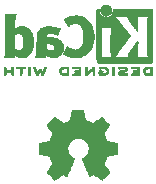
<source format=gbr>
%TF.GenerationSoftware,KiCad,Pcbnew,8.0.3-8.0.3-0~ubuntu22.04.1*%
%TF.CreationDate,2024-10-28T11:00:08+03:00*%
%TF.ProjectId,PM-LED16,504d2d4c-4544-4313-962e-6b696361645f,rev?*%
%TF.SameCoordinates,Original*%
%TF.FileFunction,Legend,Bot*%
%TF.FilePolarity,Positive*%
%FSLAX46Y46*%
G04 Gerber Fmt 4.6, Leading zero omitted, Abs format (unit mm)*
G04 Created by KiCad (PCBNEW 8.0.3-8.0.3-0~ubuntu22.04.1) date 2024-10-28 11:00:08*
%MOMM*%
%LPD*%
G01*
G04 APERTURE LIST*
%ADD10C,0.010000*%
%ADD11C,2.200000*%
G04 APERTURE END LIST*
D10*
%TO.C,REF\u002A\u002A*%
X69337275Y-136268931D02*
X69421095Y-136713555D01*
X70039667Y-136968551D01*
X70410707Y-136716246D01*
X70484144Y-136666506D01*
X70581499Y-136601218D01*
X70665787Y-136545454D01*
X70732631Y-136502078D01*
X70777654Y-136473953D01*
X70796478Y-136463942D01*
X70808039Y-136471061D01*
X70842596Y-136500894D01*
X70894894Y-136549852D01*
X70960500Y-136613440D01*
X71034983Y-136687163D01*
X71113913Y-136766525D01*
X71192856Y-136847031D01*
X71267384Y-136924185D01*
X71333063Y-136993493D01*
X71385463Y-137050457D01*
X71420153Y-137090584D01*
X71432701Y-137109377D01*
X71429782Y-137117451D01*
X71409571Y-137153469D01*
X71372663Y-137212744D01*
X71322050Y-137290630D01*
X71260725Y-137382481D01*
X71191679Y-137483650D01*
X71153787Y-137538826D01*
X71088606Y-137634884D01*
X71032723Y-137718717D01*
X70989117Y-137785777D01*
X70960769Y-137831519D01*
X70950657Y-137851396D01*
X70950823Y-137852497D01*
X70959743Y-137877694D01*
X70980206Y-137929147D01*
X71009360Y-138000135D01*
X71044353Y-138083935D01*
X71082332Y-138173828D01*
X71120445Y-138263091D01*
X71155839Y-138345003D01*
X71185662Y-138412843D01*
X71207061Y-138459890D01*
X71217184Y-138479422D01*
X71223174Y-138481155D01*
X71259566Y-138488969D01*
X71324427Y-138501915D01*
X71412565Y-138518979D01*
X71518787Y-138539151D01*
X71637902Y-138561418D01*
X71700683Y-138573223D01*
X71815912Y-138595748D01*
X71916662Y-138616550D01*
X71997426Y-138634435D01*
X72052698Y-138648208D01*
X72076971Y-138656674D01*
X72081331Y-138665066D01*
X72088563Y-138706072D01*
X72094246Y-138774368D01*
X72098382Y-138863529D01*
X72100977Y-138967128D01*
X72102036Y-139078740D01*
X72101561Y-139191938D01*
X72099559Y-139300296D01*
X72096033Y-139397389D01*
X72090987Y-139476790D01*
X72084427Y-139532072D01*
X72076356Y-139556810D01*
X72071458Y-139559600D01*
X72034930Y-139571569D01*
X71971565Y-139587405D01*
X71888686Y-139605374D01*
X71793618Y-139623741D01*
X71761542Y-139629591D01*
X71613393Y-139656798D01*
X71496961Y-139678663D01*
X71408209Y-139696093D01*
X71343103Y-139709996D01*
X71297606Y-139721277D01*
X71267682Y-139730843D01*
X71249294Y-139739601D01*
X71238407Y-139748457D01*
X71237142Y-139749943D01*
X71219338Y-139780931D01*
X71192994Y-139837634D01*
X71160661Y-139913399D01*
X71124893Y-140001574D01*
X71088244Y-140095507D01*
X71053266Y-140188547D01*
X71022513Y-140274041D01*
X70998538Y-140345336D01*
X70983895Y-140395782D01*
X70981136Y-140418726D01*
X70982981Y-140421703D01*
X71002075Y-140450493D01*
X71037984Y-140503595D01*
X71087378Y-140576117D01*
X71146927Y-140663167D01*
X71213303Y-140759854D01*
X71231520Y-140786456D01*
X71295577Y-140881875D01*
X71350937Y-140967212D01*
X71394439Y-141037405D01*
X71422924Y-141087394D01*
X71433232Y-141112116D01*
X71431011Y-141118616D01*
X71407858Y-141150644D01*
X71362177Y-141202945D01*
X71297241Y-141271999D01*
X71216319Y-141354286D01*
X71122685Y-141446286D01*
X71069165Y-141497781D01*
X70984542Y-141577983D01*
X70910475Y-141646678D01*
X70850941Y-141700252D01*
X70809917Y-141735085D01*
X70791381Y-141747563D01*
X70778646Y-141742938D01*
X70739436Y-141721057D01*
X70682495Y-141685273D01*
X70615250Y-141640117D01*
X70567438Y-141607165D01*
X70471985Y-141541727D01*
X70370125Y-141472228D01*
X70277088Y-141409075D01*
X70094832Y-141285800D01*
X69941841Y-141368520D01*
X69905817Y-141387613D01*
X69840303Y-141420272D01*
X69789640Y-141442819D01*
X69762564Y-141451226D01*
X69753703Y-141440430D01*
X69731699Y-141399323D01*
X69699199Y-141331549D01*
X69658010Y-141241409D01*
X69609942Y-141133205D01*
X69556802Y-141011237D01*
X69500399Y-140879808D01*
X69442542Y-140743218D01*
X69385038Y-140605767D01*
X69329697Y-140471758D01*
X69278326Y-140345491D01*
X69232735Y-140231268D01*
X69194732Y-140133390D01*
X69166124Y-140056157D01*
X69148721Y-140003871D01*
X69144331Y-139980833D01*
X69144628Y-139980160D01*
X69165077Y-139958863D01*
X69207850Y-139925508D01*
X69264117Y-139887011D01*
X69281877Y-139875256D01*
X69417014Y-139763735D01*
X69528856Y-139630906D01*
X69614755Y-139482298D01*
X69672062Y-139323440D01*
X69698131Y-139159860D01*
X69690313Y-138997088D01*
X69658644Y-138852315D01*
X69601782Y-138706124D01*
X69518888Y-138575703D01*
X69405131Y-138451813D01*
X69360433Y-138412235D01*
X69215935Y-138314723D01*
X69059838Y-138249050D01*
X68896667Y-138214630D01*
X68730943Y-138210874D01*
X68567192Y-138237194D01*
X68409936Y-138293003D01*
X68263698Y-138377714D01*
X68133004Y-138490737D01*
X68022374Y-138631487D01*
X68001105Y-138666342D01*
X67928810Y-138825655D01*
X67890415Y-138991552D01*
X67884914Y-139159737D01*
X67911301Y-139325913D01*
X67968570Y-139485784D01*
X68055717Y-139635053D01*
X68171736Y-139769423D01*
X68315622Y-139884599D01*
X68320294Y-139887702D01*
X68375964Y-139926933D01*
X68417689Y-139960286D01*
X68436746Y-139980833D01*
X68434342Y-139996941D01*
X68419391Y-140043844D01*
X68392881Y-140116539D01*
X68356620Y-140210725D01*
X68312416Y-140322098D01*
X68262076Y-140446358D01*
X68207407Y-140579202D01*
X68150218Y-140716327D01*
X68092316Y-140853432D01*
X68035510Y-140986215D01*
X67981606Y-141110374D01*
X67932412Y-141221606D01*
X67889737Y-141315609D01*
X67855387Y-141388082D01*
X67831171Y-141434722D01*
X67818897Y-141451226D01*
X67808689Y-141448991D01*
X67768586Y-141432926D01*
X67709318Y-141404759D01*
X67639619Y-141368520D01*
X67486629Y-141285800D01*
X67304373Y-141409075D01*
X67250527Y-141445579D01*
X67150374Y-141513784D01*
X67050525Y-141582098D01*
X66966211Y-141640117D01*
X66919679Y-141671736D01*
X66859200Y-141711020D01*
X66814357Y-141737912D01*
X66792455Y-141747883D01*
X66783045Y-141743650D01*
X66749031Y-141717721D01*
X66696595Y-141672070D01*
X66630301Y-141611186D01*
X66554713Y-141539561D01*
X66474396Y-141461683D01*
X66393913Y-141382045D01*
X66317829Y-141305135D01*
X66250707Y-141235445D01*
X66197112Y-141177464D01*
X66161608Y-141135684D01*
X66148759Y-141114593D01*
X66149500Y-141110581D01*
X66164793Y-141077920D01*
X66197462Y-141021412D01*
X66244350Y-140946163D01*
X66302301Y-140857275D01*
X66368157Y-140759854D01*
X66386627Y-140732982D01*
X66451482Y-140638423D01*
X66508609Y-140554827D01*
X66554678Y-140487084D01*
X66586359Y-140440086D01*
X66600324Y-140418726D01*
X66600668Y-140417811D01*
X66596546Y-140391678D01*
X66580807Y-140338740D01*
X66556004Y-140265647D01*
X66524689Y-140179052D01*
X66489417Y-140085608D01*
X66452740Y-139991965D01*
X66417212Y-139904777D01*
X66385386Y-139830695D01*
X66359816Y-139776371D01*
X66343053Y-139748457D01*
X66341374Y-139746724D01*
X66329372Y-139737956D01*
X66309103Y-139729115D01*
X66276529Y-139719292D01*
X66227616Y-139707583D01*
X66158327Y-139693080D01*
X66064625Y-139674876D01*
X65942476Y-139652066D01*
X65787842Y-139623741D01*
X65755770Y-139617780D01*
X65663893Y-139599352D01*
X65586607Y-139581892D01*
X65531236Y-139567133D01*
X65505105Y-139556810D01*
X65500733Y-139548197D01*
X65493445Y-139506826D01*
X65487669Y-139438241D01*
X65483410Y-139348868D01*
X65480673Y-139245135D01*
X65479462Y-139133465D01*
X65479782Y-139020287D01*
X65481636Y-138912026D01*
X65485030Y-138815108D01*
X65489967Y-138735959D01*
X65496452Y-138681006D01*
X65504489Y-138656674D01*
X65512696Y-138653079D01*
X65553519Y-138641748D01*
X65622524Y-138625722D01*
X65714203Y-138606195D01*
X65823050Y-138584362D01*
X65943558Y-138561418D01*
X66009357Y-138549159D01*
X66122135Y-138527901D01*
X66219207Y-138509287D01*
X66295382Y-138494328D01*
X66345469Y-138484036D01*
X66364276Y-138479422D01*
X66364983Y-138478471D01*
X66376961Y-138454310D01*
X66399794Y-138403694D01*
X66430630Y-138333338D01*
X66466613Y-138249958D01*
X66504891Y-138160270D01*
X66542609Y-138070989D01*
X66576913Y-137988832D01*
X66604949Y-137920513D01*
X66623864Y-137872748D01*
X66630803Y-137852254D01*
X66627742Y-137845043D01*
X66607372Y-137810728D01*
X66570422Y-137752970D01*
X66519860Y-137676299D01*
X66458657Y-137585248D01*
X66389781Y-137484350D01*
X66351994Y-137429093D01*
X66286782Y-137332215D01*
X66230871Y-137247193D01*
X66187241Y-137178662D01*
X66158877Y-137131260D01*
X66148759Y-137109623D01*
X66155790Y-137097887D01*
X66185197Y-137062818D01*
X66233441Y-137009745D01*
X66296093Y-136943164D01*
X66368725Y-136867574D01*
X66446908Y-136787472D01*
X66526214Y-136707354D01*
X66602213Y-136631718D01*
X66670478Y-136565062D01*
X66726580Y-136511882D01*
X66766090Y-136476676D01*
X66784579Y-136463942D01*
X66794843Y-136468893D01*
X66832530Y-136491857D01*
X66893348Y-136530938D01*
X66972913Y-136583272D01*
X67066843Y-136645996D01*
X67170754Y-136716246D01*
X67541794Y-136968551D01*
X67851080Y-136841053D01*
X68160365Y-136713555D01*
X68244186Y-136268931D01*
X68328006Y-135824307D01*
X69253454Y-135824307D01*
X69337275Y-136268931D01*
G36*
X69337275Y-136268931D02*
G01*
X69421095Y-136713555D01*
X70039667Y-136968551D01*
X70410707Y-136716246D01*
X70484144Y-136666506D01*
X70581499Y-136601218D01*
X70665787Y-136545454D01*
X70732631Y-136502078D01*
X70777654Y-136473953D01*
X70796478Y-136463942D01*
X70808039Y-136471061D01*
X70842596Y-136500894D01*
X70894894Y-136549852D01*
X70960500Y-136613440D01*
X71034983Y-136687163D01*
X71113913Y-136766525D01*
X71192856Y-136847031D01*
X71267384Y-136924185D01*
X71333063Y-136993493D01*
X71385463Y-137050457D01*
X71420153Y-137090584D01*
X71432701Y-137109377D01*
X71429782Y-137117451D01*
X71409571Y-137153469D01*
X71372663Y-137212744D01*
X71322050Y-137290630D01*
X71260725Y-137382481D01*
X71191679Y-137483650D01*
X71153787Y-137538826D01*
X71088606Y-137634884D01*
X71032723Y-137718717D01*
X70989117Y-137785777D01*
X70960769Y-137831519D01*
X70950657Y-137851396D01*
X70950823Y-137852497D01*
X70959743Y-137877694D01*
X70980206Y-137929147D01*
X71009360Y-138000135D01*
X71044353Y-138083935D01*
X71082332Y-138173828D01*
X71120445Y-138263091D01*
X71155839Y-138345003D01*
X71185662Y-138412843D01*
X71207061Y-138459890D01*
X71217184Y-138479422D01*
X71223174Y-138481155D01*
X71259566Y-138488969D01*
X71324427Y-138501915D01*
X71412565Y-138518979D01*
X71518787Y-138539151D01*
X71637902Y-138561418D01*
X71700683Y-138573223D01*
X71815912Y-138595748D01*
X71916662Y-138616550D01*
X71997426Y-138634435D01*
X72052698Y-138648208D01*
X72076971Y-138656674D01*
X72081331Y-138665066D01*
X72088563Y-138706072D01*
X72094246Y-138774368D01*
X72098382Y-138863529D01*
X72100977Y-138967128D01*
X72102036Y-139078740D01*
X72101561Y-139191938D01*
X72099559Y-139300296D01*
X72096033Y-139397389D01*
X72090987Y-139476790D01*
X72084427Y-139532072D01*
X72076356Y-139556810D01*
X72071458Y-139559600D01*
X72034930Y-139571569D01*
X71971565Y-139587405D01*
X71888686Y-139605374D01*
X71793618Y-139623741D01*
X71761542Y-139629591D01*
X71613393Y-139656798D01*
X71496961Y-139678663D01*
X71408209Y-139696093D01*
X71343103Y-139709996D01*
X71297606Y-139721277D01*
X71267682Y-139730843D01*
X71249294Y-139739601D01*
X71238407Y-139748457D01*
X71237142Y-139749943D01*
X71219338Y-139780931D01*
X71192994Y-139837634D01*
X71160661Y-139913399D01*
X71124893Y-140001574D01*
X71088244Y-140095507D01*
X71053266Y-140188547D01*
X71022513Y-140274041D01*
X70998538Y-140345336D01*
X70983895Y-140395782D01*
X70981136Y-140418726D01*
X70982981Y-140421703D01*
X71002075Y-140450493D01*
X71037984Y-140503595D01*
X71087378Y-140576117D01*
X71146927Y-140663167D01*
X71213303Y-140759854D01*
X71231520Y-140786456D01*
X71295577Y-140881875D01*
X71350937Y-140967212D01*
X71394439Y-141037405D01*
X71422924Y-141087394D01*
X71433232Y-141112116D01*
X71431011Y-141118616D01*
X71407858Y-141150644D01*
X71362177Y-141202945D01*
X71297241Y-141271999D01*
X71216319Y-141354286D01*
X71122685Y-141446286D01*
X71069165Y-141497781D01*
X70984542Y-141577983D01*
X70910475Y-141646678D01*
X70850941Y-141700252D01*
X70809917Y-141735085D01*
X70791381Y-141747563D01*
X70778646Y-141742938D01*
X70739436Y-141721057D01*
X70682495Y-141685273D01*
X70615250Y-141640117D01*
X70567438Y-141607165D01*
X70471985Y-141541727D01*
X70370125Y-141472228D01*
X70277088Y-141409075D01*
X70094832Y-141285800D01*
X69941841Y-141368520D01*
X69905817Y-141387613D01*
X69840303Y-141420272D01*
X69789640Y-141442819D01*
X69762564Y-141451226D01*
X69753703Y-141440430D01*
X69731699Y-141399323D01*
X69699199Y-141331549D01*
X69658010Y-141241409D01*
X69609942Y-141133205D01*
X69556802Y-141011237D01*
X69500399Y-140879808D01*
X69442542Y-140743218D01*
X69385038Y-140605767D01*
X69329697Y-140471758D01*
X69278326Y-140345491D01*
X69232735Y-140231268D01*
X69194732Y-140133390D01*
X69166124Y-140056157D01*
X69148721Y-140003871D01*
X69144331Y-139980833D01*
X69144628Y-139980160D01*
X69165077Y-139958863D01*
X69207850Y-139925508D01*
X69264117Y-139887011D01*
X69281877Y-139875256D01*
X69417014Y-139763735D01*
X69528856Y-139630906D01*
X69614755Y-139482298D01*
X69672062Y-139323440D01*
X69698131Y-139159860D01*
X69690313Y-138997088D01*
X69658644Y-138852315D01*
X69601782Y-138706124D01*
X69518888Y-138575703D01*
X69405131Y-138451813D01*
X69360433Y-138412235D01*
X69215935Y-138314723D01*
X69059838Y-138249050D01*
X68896667Y-138214630D01*
X68730943Y-138210874D01*
X68567192Y-138237194D01*
X68409936Y-138293003D01*
X68263698Y-138377714D01*
X68133004Y-138490737D01*
X68022374Y-138631487D01*
X68001105Y-138666342D01*
X67928810Y-138825655D01*
X67890415Y-138991552D01*
X67884914Y-139159737D01*
X67911301Y-139325913D01*
X67968570Y-139485784D01*
X68055717Y-139635053D01*
X68171736Y-139769423D01*
X68315622Y-139884599D01*
X68320294Y-139887702D01*
X68375964Y-139926933D01*
X68417689Y-139960286D01*
X68436746Y-139980833D01*
X68434342Y-139996941D01*
X68419391Y-140043844D01*
X68392881Y-140116539D01*
X68356620Y-140210725D01*
X68312416Y-140322098D01*
X68262076Y-140446358D01*
X68207407Y-140579202D01*
X68150218Y-140716327D01*
X68092316Y-140853432D01*
X68035510Y-140986215D01*
X67981606Y-141110374D01*
X67932412Y-141221606D01*
X67889737Y-141315609D01*
X67855387Y-141388082D01*
X67831171Y-141434722D01*
X67818897Y-141451226D01*
X67808689Y-141448991D01*
X67768586Y-141432926D01*
X67709318Y-141404759D01*
X67639619Y-141368520D01*
X67486629Y-141285800D01*
X67304373Y-141409075D01*
X67250527Y-141445579D01*
X67150374Y-141513784D01*
X67050525Y-141582098D01*
X66966211Y-141640117D01*
X66919679Y-141671736D01*
X66859200Y-141711020D01*
X66814357Y-141737912D01*
X66792455Y-141747883D01*
X66783045Y-141743650D01*
X66749031Y-141717721D01*
X66696595Y-141672070D01*
X66630301Y-141611186D01*
X66554713Y-141539561D01*
X66474396Y-141461683D01*
X66393913Y-141382045D01*
X66317829Y-141305135D01*
X66250707Y-141235445D01*
X66197112Y-141177464D01*
X66161608Y-141135684D01*
X66148759Y-141114593D01*
X66149500Y-141110581D01*
X66164793Y-141077920D01*
X66197462Y-141021412D01*
X66244350Y-140946163D01*
X66302301Y-140857275D01*
X66368157Y-140759854D01*
X66386627Y-140732982D01*
X66451482Y-140638423D01*
X66508609Y-140554827D01*
X66554678Y-140487084D01*
X66586359Y-140440086D01*
X66600324Y-140418726D01*
X66600668Y-140417811D01*
X66596546Y-140391678D01*
X66580807Y-140338740D01*
X66556004Y-140265647D01*
X66524689Y-140179052D01*
X66489417Y-140085608D01*
X66452740Y-139991965D01*
X66417212Y-139904777D01*
X66385386Y-139830695D01*
X66359816Y-139776371D01*
X66343053Y-139748457D01*
X66341374Y-139746724D01*
X66329372Y-139737956D01*
X66309103Y-139729115D01*
X66276529Y-139719292D01*
X66227616Y-139707583D01*
X66158327Y-139693080D01*
X66064625Y-139674876D01*
X65942476Y-139652066D01*
X65787842Y-139623741D01*
X65755770Y-139617780D01*
X65663893Y-139599352D01*
X65586607Y-139581892D01*
X65531236Y-139567133D01*
X65505105Y-139556810D01*
X65500733Y-139548197D01*
X65493445Y-139506826D01*
X65487669Y-139438241D01*
X65483410Y-139348868D01*
X65480673Y-139245135D01*
X65479462Y-139133465D01*
X65479782Y-139020287D01*
X65481636Y-138912026D01*
X65485030Y-138815108D01*
X65489967Y-138735959D01*
X65496452Y-138681006D01*
X65504489Y-138656674D01*
X65512696Y-138653079D01*
X65553519Y-138641748D01*
X65622524Y-138625722D01*
X65714203Y-138606195D01*
X65823050Y-138584362D01*
X65943558Y-138561418D01*
X66009357Y-138549159D01*
X66122135Y-138527901D01*
X66219207Y-138509287D01*
X66295382Y-138494328D01*
X66345469Y-138484036D01*
X66364276Y-138479422D01*
X66364983Y-138478471D01*
X66376961Y-138454310D01*
X66399794Y-138403694D01*
X66430630Y-138333338D01*
X66466613Y-138249958D01*
X66504891Y-138160270D01*
X66542609Y-138070989D01*
X66576913Y-137988832D01*
X66604949Y-137920513D01*
X66623864Y-137872748D01*
X66630803Y-137852254D01*
X66627742Y-137845043D01*
X66607372Y-137810728D01*
X66570422Y-137752970D01*
X66519860Y-137676299D01*
X66458657Y-137585248D01*
X66389781Y-137484350D01*
X66351994Y-137429093D01*
X66286782Y-137332215D01*
X66230871Y-137247193D01*
X66187241Y-137178662D01*
X66158877Y-137131260D01*
X66148759Y-137109623D01*
X66155790Y-137097887D01*
X66185197Y-137062818D01*
X66233441Y-137009745D01*
X66296093Y-136943164D01*
X66368725Y-136867574D01*
X66446908Y-136787472D01*
X66526214Y-136707354D01*
X66602213Y-136631718D01*
X66670478Y-136565062D01*
X66726580Y-136511882D01*
X66766090Y-136476676D01*
X66784579Y-136463942D01*
X66794843Y-136468893D01*
X66832530Y-136491857D01*
X66893348Y-136530938D01*
X66972913Y-136583272D01*
X67066843Y-136645996D01*
X67170754Y-136716246D01*
X67541794Y-136968551D01*
X67851080Y-136841053D01*
X68160365Y-136713555D01*
X68244186Y-136268931D01*
X68328006Y-135824307D01*
X69253454Y-135824307D01*
X69337275Y-136268931D01*
G37*
%TO.C,Logo_kicad*%
X64655406Y-132184949D02*
X64681127Y-132200647D01*
X64707778Y-132222227D01*
X64707778Y-132869684D01*
X64681127Y-132891264D01*
X64649767Y-132908739D01*
X64613966Y-132909575D01*
X64582528Y-132889082D01*
X64578652Y-132884416D01*
X64573186Y-132874949D01*
X64568979Y-132861267D01*
X64565867Y-132840748D01*
X64563687Y-132810768D01*
X64562276Y-132768704D01*
X64561471Y-132711932D01*
X64561107Y-132637830D01*
X64561022Y-132543773D01*
X64561022Y-132222227D01*
X64587673Y-132200647D01*
X64611386Y-132185877D01*
X64634400Y-132179067D01*
X64655406Y-132184949D01*
G36*
X64655406Y-132184949D02*
G01*
X64681127Y-132200647D01*
X64707778Y-132222227D01*
X64707778Y-132869684D01*
X64681127Y-132891264D01*
X64649767Y-132908739D01*
X64613966Y-132909575D01*
X64582528Y-132889082D01*
X64578652Y-132884416D01*
X64573186Y-132874949D01*
X64568979Y-132861267D01*
X64565867Y-132840748D01*
X64563687Y-132810768D01*
X64562276Y-132768704D01*
X64561471Y-132711932D01*
X64561107Y-132637830D01*
X64561022Y-132543773D01*
X64561022Y-132222227D01*
X64587673Y-132200647D01*
X64611386Y-132185877D01*
X64634400Y-132179067D01*
X64655406Y-132184949D01*
G37*
X71786137Y-132183463D02*
X71820291Y-132206776D01*
X71848000Y-132234485D01*
X71848000Y-132547537D01*
X71847959Y-132631567D01*
X71847701Y-132705789D01*
X71847030Y-132762541D01*
X71845752Y-132804512D01*
X71843673Y-132834389D01*
X71840599Y-132854861D01*
X71836334Y-132868614D01*
X71830684Y-132878337D01*
X71823455Y-132886717D01*
X71791991Y-132908181D01*
X71756826Y-132909947D01*
X71723822Y-132890267D01*
X71718516Y-132884398D01*
X71713066Y-132875314D01*
X71708900Y-132861973D01*
X71705846Y-132841757D01*
X71703732Y-132812049D01*
X71702386Y-132770232D01*
X71701638Y-132713689D01*
X71701314Y-132639802D01*
X71701245Y-132545956D01*
X71701284Y-132470294D01*
X71701539Y-132392385D01*
X71702183Y-132332375D01*
X71703387Y-132287648D01*
X71705324Y-132255585D01*
X71708164Y-132233571D01*
X71712079Y-132218987D01*
X71717242Y-132209218D01*
X71723822Y-132201645D01*
X71753006Y-132182623D01*
X71786137Y-132183463D01*
G36*
X71786137Y-132183463D02*
G01*
X71820291Y-132206776D01*
X71848000Y-132234485D01*
X71848000Y-132547537D01*
X71847959Y-132631567D01*
X71847701Y-132705789D01*
X71847030Y-132762541D01*
X71845752Y-132804512D01*
X71843673Y-132834389D01*
X71840599Y-132854861D01*
X71836334Y-132868614D01*
X71830684Y-132878337D01*
X71823455Y-132886717D01*
X71791991Y-132908181D01*
X71756826Y-132909947D01*
X71723822Y-132890267D01*
X71718516Y-132884398D01*
X71713066Y-132875314D01*
X71708900Y-132861973D01*
X71705846Y-132841757D01*
X71703732Y-132812049D01*
X71702386Y-132770232D01*
X71701638Y-132713689D01*
X71701314Y-132639802D01*
X71701245Y-132545956D01*
X71701284Y-132470294D01*
X71701539Y-132392385D01*
X71702183Y-132332375D01*
X71703387Y-132287648D01*
X71705324Y-132255585D01*
X71708164Y-132233571D01*
X71712079Y-132218987D01*
X71717242Y-132209218D01*
X71723822Y-132201645D01*
X71753006Y-132182623D01*
X71786137Y-132183463D01*
G37*
X71254562Y-126942850D02*
X71337313Y-126970053D01*
X71412406Y-127015484D01*
X71484298Y-127081302D01*
X71522846Y-127125567D01*
X71562256Y-127183961D01*
X71587446Y-127244586D01*
X71600861Y-127313865D01*
X71604948Y-127398222D01*
X71604669Y-127444307D01*
X71602460Y-127485450D01*
X71596894Y-127517582D01*
X71586586Y-127548122D01*
X71570148Y-127584489D01*
X71556200Y-127611728D01*
X71497665Y-127697429D01*
X71425619Y-127766617D01*
X71341947Y-127817741D01*
X71248531Y-127849250D01*
X71215434Y-127856225D01*
X71174960Y-127863094D01*
X71141999Y-127864919D01*
X71107698Y-127861947D01*
X71063200Y-127854426D01*
X71011934Y-127842002D01*
X70921434Y-127804112D01*
X70842345Y-127749836D01*
X70776528Y-127681770D01*
X70725840Y-127602511D01*
X70692140Y-127514654D01*
X70677286Y-127420795D01*
X70683136Y-127323530D01*
X70709399Y-127227220D01*
X70754418Y-127138494D01*
X70815373Y-127063419D01*
X70890184Y-127003641D01*
X70976768Y-126960809D01*
X71073043Y-126936571D01*
X71176928Y-126932576D01*
X71254562Y-126942850D01*
G36*
X71254562Y-126942850D02*
G01*
X71337313Y-126970053D01*
X71412406Y-127015484D01*
X71484298Y-127081302D01*
X71522846Y-127125567D01*
X71562256Y-127183961D01*
X71587446Y-127244586D01*
X71600861Y-127313865D01*
X71604948Y-127398222D01*
X71604669Y-127444307D01*
X71602460Y-127485450D01*
X71596894Y-127517582D01*
X71586586Y-127548122D01*
X71570148Y-127584489D01*
X71556200Y-127611728D01*
X71497665Y-127697429D01*
X71425619Y-127766617D01*
X71341947Y-127817741D01*
X71248531Y-127849250D01*
X71215434Y-127856225D01*
X71174960Y-127863094D01*
X71141999Y-127864919D01*
X71107698Y-127861947D01*
X71063200Y-127854426D01*
X71011934Y-127842002D01*
X70921434Y-127804112D01*
X70842345Y-127749836D01*
X70776528Y-127681770D01*
X70725840Y-127602511D01*
X70692140Y-127514654D01*
X70677286Y-127420795D01*
X70683136Y-127323530D01*
X70709399Y-127227220D01*
X70754418Y-127138494D01*
X70815373Y-127063419D01*
X70890184Y-127003641D01*
X70976768Y-126960809D01*
X71073043Y-126936571D01*
X71176928Y-126932576D01*
X71254562Y-126942850D01*
G37*
X63955767Y-132179068D02*
X64049890Y-132179158D01*
X64124405Y-132179498D01*
X64181811Y-132180239D01*
X64224611Y-132181535D01*
X64255304Y-132183537D01*
X64276391Y-132186396D01*
X64290373Y-132190266D01*
X64299750Y-132195298D01*
X64307022Y-132201645D01*
X64325828Y-132234362D01*
X64327275Y-132271939D01*
X64310917Y-132305178D01*
X64309557Y-132306631D01*
X64298354Y-132314992D01*
X64281252Y-132320547D01*
X64254082Y-132323840D01*
X64212678Y-132325418D01*
X64152873Y-132325822D01*
X64013511Y-132325822D01*
X64013511Y-132589589D01*
X64013436Y-132665417D01*
X64013028Y-132732083D01*
X64012046Y-132781867D01*
X64010250Y-132817784D01*
X64007399Y-132842850D01*
X64003253Y-132860081D01*
X63997571Y-132872492D01*
X63990114Y-132883100D01*
X63987824Y-132885906D01*
X63956646Y-132908548D01*
X63922266Y-132910112D01*
X63889334Y-132890267D01*
X63882355Y-132882191D01*
X63876883Y-132871593D01*
X63872863Y-132855749D01*
X63870072Y-132831773D01*
X63868288Y-132796774D01*
X63867289Y-132747864D01*
X63866852Y-132682154D01*
X63866756Y-132596756D01*
X63866756Y-132325822D01*
X63720820Y-132325822D01*
X63709720Y-132325821D01*
X63653202Y-132325596D01*
X63614358Y-132324457D01*
X63588965Y-132321657D01*
X63572804Y-132316450D01*
X63561652Y-132308089D01*
X63551289Y-132295826D01*
X63535441Y-132265138D01*
X63538543Y-132231358D01*
X63564187Y-132198822D01*
X63569129Y-132195105D01*
X63579338Y-132190269D01*
X63594764Y-132186506D01*
X63617886Y-132183683D01*
X63651183Y-132181670D01*
X63697137Y-132180333D01*
X63758228Y-132179542D01*
X63836935Y-132179163D01*
X63935740Y-132179067D01*
X63955767Y-132179068D01*
G36*
X63955767Y-132179068D02*
G01*
X64049890Y-132179158D01*
X64124405Y-132179498D01*
X64181811Y-132180239D01*
X64224611Y-132181535D01*
X64255304Y-132183537D01*
X64276391Y-132186396D01*
X64290373Y-132190266D01*
X64299750Y-132195298D01*
X64307022Y-132201645D01*
X64325828Y-132234362D01*
X64327275Y-132271939D01*
X64310917Y-132305178D01*
X64309557Y-132306631D01*
X64298354Y-132314992D01*
X64281252Y-132320547D01*
X64254082Y-132323840D01*
X64212678Y-132325418D01*
X64152873Y-132325822D01*
X64013511Y-132325822D01*
X64013511Y-132589589D01*
X64013436Y-132665417D01*
X64013028Y-132732083D01*
X64012046Y-132781867D01*
X64010250Y-132817784D01*
X64007399Y-132842850D01*
X64003253Y-132860081D01*
X63997571Y-132872492D01*
X63990114Y-132883100D01*
X63987824Y-132885906D01*
X63956646Y-132908548D01*
X63922266Y-132910112D01*
X63889334Y-132890267D01*
X63882355Y-132882191D01*
X63876883Y-132871593D01*
X63872863Y-132855749D01*
X63870072Y-132831773D01*
X63868288Y-132796774D01*
X63867289Y-132747864D01*
X63866852Y-132682154D01*
X63866756Y-132596756D01*
X63866756Y-132325822D01*
X63720820Y-132325822D01*
X63709720Y-132325821D01*
X63653202Y-132325596D01*
X63614358Y-132324457D01*
X63588965Y-132321657D01*
X63572804Y-132316450D01*
X63561652Y-132308089D01*
X63551289Y-132295826D01*
X63535441Y-132265138D01*
X63538543Y-132231358D01*
X63564187Y-132198822D01*
X63569129Y-132195105D01*
X63579338Y-132190269D01*
X63594764Y-132186506D01*
X63617886Y-132183683D01*
X63651183Y-132181670D01*
X63697137Y-132180333D01*
X63758228Y-132179542D01*
X63836935Y-132179163D01*
X63935740Y-132179067D01*
X63955767Y-132179068D01*
G37*
X63279734Y-132201645D02*
X63285366Y-132207835D01*
X63290456Y-132216041D01*
X63294543Y-132227817D01*
X63297721Y-132245276D01*
X63300087Y-132270530D01*
X63301738Y-132305690D01*
X63302769Y-132352869D01*
X63303277Y-132414177D01*
X63303359Y-132491727D01*
X63303109Y-132587631D01*
X63302625Y-132704000D01*
X63302557Y-132718175D01*
X63301971Y-132779937D01*
X63300648Y-132823620D01*
X63298103Y-132853001D01*
X63293848Y-132871855D01*
X63287396Y-132883959D01*
X63278262Y-132893089D01*
X63244804Y-132910506D01*
X63209856Y-132907604D01*
X63178953Y-132883100D01*
X63169944Y-132869897D01*
X63162492Y-132851361D01*
X63158124Y-132825333D01*
X63156069Y-132786787D01*
X63155556Y-132730700D01*
X63155556Y-132608045D01*
X62658845Y-132608045D01*
X62658845Y-132742871D01*
X62658772Y-132778662D01*
X62658009Y-132824992D01*
X62655833Y-132855526D01*
X62651536Y-132874557D01*
X62644412Y-132886374D01*
X62633755Y-132895271D01*
X62601504Y-132910341D01*
X62566217Y-132907673D01*
X62535486Y-132883100D01*
X62530831Y-132876845D01*
X62524895Y-132866321D01*
X62520364Y-132852391D01*
X62517048Y-132832317D01*
X62514759Y-132803360D01*
X62513308Y-132762780D01*
X62512505Y-132707840D01*
X62512162Y-132635799D01*
X62512089Y-132543920D01*
X62512089Y-132234485D01*
X62539798Y-132206776D01*
X62571177Y-132184533D01*
X62604406Y-132181844D01*
X62636267Y-132201645D01*
X62644553Y-132211415D01*
X62651965Y-132227307D01*
X62656302Y-132251275D01*
X62658338Y-132288148D01*
X62658845Y-132342756D01*
X62658845Y-132461289D01*
X63155556Y-132461289D01*
X63155556Y-132345776D01*
X63155994Y-132294078D01*
X63157958Y-132259554D01*
X63162474Y-132236978D01*
X63170567Y-132221126D01*
X63183265Y-132206776D01*
X63214643Y-132184533D01*
X63247872Y-132181844D01*
X63279734Y-132201645D01*
G36*
X63279734Y-132201645D02*
G01*
X63285366Y-132207835D01*
X63290456Y-132216041D01*
X63294543Y-132227817D01*
X63297721Y-132245276D01*
X63300087Y-132270530D01*
X63301738Y-132305690D01*
X63302769Y-132352869D01*
X63303277Y-132414177D01*
X63303359Y-132491727D01*
X63303109Y-132587631D01*
X63302625Y-132704000D01*
X63302557Y-132718175D01*
X63301971Y-132779937D01*
X63300648Y-132823620D01*
X63298103Y-132853001D01*
X63293848Y-132871855D01*
X63287396Y-132883959D01*
X63278262Y-132893089D01*
X63244804Y-132910506D01*
X63209856Y-132907604D01*
X63178953Y-132883100D01*
X63169944Y-132869897D01*
X63162492Y-132851361D01*
X63158124Y-132825333D01*
X63156069Y-132786787D01*
X63155556Y-132730700D01*
X63155556Y-132608045D01*
X62658845Y-132608045D01*
X62658845Y-132742871D01*
X62658772Y-132778662D01*
X62658009Y-132824992D01*
X62655833Y-132855526D01*
X62651536Y-132874557D01*
X62644412Y-132886374D01*
X62633755Y-132895271D01*
X62601504Y-132910341D01*
X62566217Y-132907673D01*
X62535486Y-132883100D01*
X62530831Y-132876845D01*
X62524895Y-132866321D01*
X62520364Y-132852391D01*
X62517048Y-132832317D01*
X62514759Y-132803360D01*
X62513308Y-132762780D01*
X62512505Y-132707840D01*
X62512162Y-132635799D01*
X62512089Y-132543920D01*
X62512089Y-132234485D01*
X62539798Y-132206776D01*
X62571177Y-132184533D01*
X62604406Y-132181844D01*
X62636267Y-132201645D01*
X62644553Y-132211415D01*
X62651965Y-132227307D01*
X62656302Y-132251275D01*
X62658338Y-132288148D01*
X62658845Y-132342756D01*
X62658845Y-132461289D01*
X63155556Y-132461289D01*
X63155556Y-132345776D01*
X63155994Y-132294078D01*
X63157958Y-132259554D01*
X63162474Y-132236978D01*
X63170567Y-132221126D01*
X63183265Y-132206776D01*
X63214643Y-132184533D01*
X63247872Y-132181844D01*
X63279734Y-132201645D01*
G37*
X67985133Y-132790396D02*
X67983163Y-132823175D01*
X67980235Y-132846095D01*
X67976158Y-132861897D01*
X67970743Y-132873319D01*
X67963803Y-132883100D01*
X67940406Y-132912845D01*
X67774714Y-132912251D01*
X67739918Y-132911953D01*
X67641435Y-132908522D01*
X67560473Y-132900839D01*
X67493379Y-132888282D01*
X67436496Y-132870227D01*
X67386169Y-132846052D01*
X67382810Y-132844135D01*
X67324998Y-132807417D01*
X67282644Y-132770451D01*
X67249828Y-132726966D01*
X67220628Y-132670689D01*
X67216346Y-132661073D01*
X67193769Y-132597887D01*
X67188034Y-132552333D01*
X67337279Y-132552333D01*
X67342892Y-132577061D01*
X67348618Y-132592939D01*
X67381548Y-132652847D01*
X67428886Y-132698600D01*
X67492652Y-132731736D01*
X67574861Y-132753790D01*
X67577655Y-132754292D01*
X67623940Y-132760255D01*
X67680336Y-132764483D01*
X67735274Y-132766089D01*
X67829156Y-132766089D01*
X67829156Y-132325822D01*
X67741667Y-132326270D01*
X67674747Y-132328746D01*
X67582349Y-132339998D01*
X67503034Y-132359537D01*
X67441060Y-132386511D01*
X67410120Y-132407240D01*
X67382000Y-132437006D01*
X67358660Y-132479434D01*
X67351533Y-132495400D01*
X67339709Y-132527902D01*
X67337279Y-132552333D01*
X67188034Y-132552333D01*
X67186797Y-132542509D01*
X67195399Y-132487483D01*
X67219541Y-132425351D01*
X67220337Y-132423658D01*
X67260788Y-132354236D01*
X67311473Y-132297638D01*
X67374198Y-132253070D01*
X67450774Y-132219741D01*
X67543009Y-132196861D01*
X67652712Y-132183636D01*
X67781691Y-132179275D01*
X67785263Y-132179270D01*
X67845283Y-132179410D01*
X67887214Y-132180446D01*
X67915328Y-132183040D01*
X67933897Y-132187853D01*
X67947194Y-132195544D01*
X67959491Y-132206776D01*
X67987200Y-132234485D01*
X67987200Y-132543920D01*
X67987175Y-132605526D01*
X67986950Y-132684311D01*
X67986332Y-132745021D01*
X67985775Y-132766089D01*
X67985133Y-132790396D01*
G36*
X67985133Y-132790396D02*
G01*
X67983163Y-132823175D01*
X67980235Y-132846095D01*
X67976158Y-132861897D01*
X67970743Y-132873319D01*
X67963803Y-132883100D01*
X67940406Y-132912845D01*
X67774714Y-132912251D01*
X67739918Y-132911953D01*
X67641435Y-132908522D01*
X67560473Y-132900839D01*
X67493379Y-132888282D01*
X67436496Y-132870227D01*
X67386169Y-132846052D01*
X67382810Y-132844135D01*
X67324998Y-132807417D01*
X67282644Y-132770451D01*
X67249828Y-132726966D01*
X67220628Y-132670689D01*
X67216346Y-132661073D01*
X67193769Y-132597887D01*
X67188034Y-132552333D01*
X67337279Y-132552333D01*
X67342892Y-132577061D01*
X67348618Y-132592939D01*
X67381548Y-132652847D01*
X67428886Y-132698600D01*
X67492652Y-132731736D01*
X67574861Y-132753790D01*
X67577655Y-132754292D01*
X67623940Y-132760255D01*
X67680336Y-132764483D01*
X67735274Y-132766089D01*
X67829156Y-132766089D01*
X67829156Y-132325822D01*
X67741667Y-132326270D01*
X67674747Y-132328746D01*
X67582349Y-132339998D01*
X67503034Y-132359537D01*
X67441060Y-132386511D01*
X67410120Y-132407240D01*
X67382000Y-132437006D01*
X67358660Y-132479434D01*
X67351533Y-132495400D01*
X67339709Y-132527902D01*
X67337279Y-132552333D01*
X67188034Y-132552333D01*
X67186797Y-132542509D01*
X67195399Y-132487483D01*
X67219541Y-132425351D01*
X67220337Y-132423658D01*
X67260788Y-132354236D01*
X67311473Y-132297638D01*
X67374198Y-132253070D01*
X67450774Y-132219741D01*
X67543009Y-132196861D01*
X67652712Y-132183636D01*
X67781691Y-132179275D01*
X67785263Y-132179270D01*
X67845283Y-132179410D01*
X67887214Y-132180446D01*
X67915328Y-132183040D01*
X67933897Y-132187853D01*
X67947194Y-132195544D01*
X67959491Y-132206776D01*
X67987200Y-132234485D01*
X67987200Y-132543920D01*
X67987175Y-132605526D01*
X67986950Y-132684311D01*
X67986332Y-132745021D01*
X67985775Y-132766089D01*
X67985133Y-132790396D01*
G37*
X75076817Y-132364427D02*
X75076870Y-132445041D01*
X75076622Y-132545956D01*
X75076583Y-132621617D01*
X75076328Y-132699526D01*
X75075684Y-132759536D01*
X75074480Y-132804264D01*
X75072543Y-132836326D01*
X75069703Y-132858340D01*
X75065788Y-132872924D01*
X75060626Y-132882694D01*
X75054045Y-132890267D01*
X75047077Y-132896501D01*
X75034079Y-132903801D01*
X75014931Y-132908554D01*
X74985528Y-132911292D01*
X74941762Y-132912545D01*
X74879528Y-132912845D01*
X74830582Y-132912469D01*
X74723722Y-132908041D01*
X74634494Y-132897953D01*
X74559696Y-132881365D01*
X74496125Y-132857435D01*
X74440579Y-132825321D01*
X74389854Y-132784182D01*
X74383866Y-132778330D01*
X74346999Y-132729821D01*
X74315899Y-132669013D01*
X74294417Y-132604769D01*
X74289136Y-132566026D01*
X74436353Y-132566026D01*
X74454635Y-132616961D01*
X74484305Y-132662878D01*
X74531002Y-132705287D01*
X74592392Y-132735090D01*
X74671538Y-132754226D01*
X74673028Y-132754464D01*
X74721999Y-132760256D01*
X74780693Y-132764396D01*
X74836734Y-132766004D01*
X74929867Y-132766089D01*
X74929867Y-132325822D01*
X74853667Y-132325808D01*
X74850639Y-132325817D01*
X74799519Y-132327782D01*
X74739416Y-132332507D01*
X74682708Y-132339035D01*
X74632750Y-132348331D01*
X74557998Y-132374600D01*
X74500489Y-132413899D01*
X74458988Y-132466933D01*
X74437771Y-132518200D01*
X74436353Y-132566026D01*
X74289136Y-132566026D01*
X74286400Y-132545956D01*
X74287679Y-132524739D01*
X74299991Y-132467323D01*
X74322520Y-132407413D01*
X74351750Y-132353363D01*
X74384167Y-132313532D01*
X74403708Y-132296510D01*
X74458420Y-132257322D01*
X74518723Y-132227193D01*
X74587919Y-132205232D01*
X74669311Y-132190550D01*
X74766200Y-132182259D01*
X74881889Y-132179467D01*
X74921371Y-132179066D01*
X74967082Y-132178653D01*
X75002883Y-132180457D01*
X75029974Y-132186739D01*
X75049556Y-132199759D01*
X75062830Y-132221778D01*
X75070998Y-132255055D01*
X75075260Y-132301851D01*
X75075857Y-132325822D01*
X75076817Y-132364427D01*
G36*
X75076817Y-132364427D02*
G01*
X75076870Y-132445041D01*
X75076622Y-132545956D01*
X75076583Y-132621617D01*
X75076328Y-132699526D01*
X75075684Y-132759536D01*
X75074480Y-132804264D01*
X75072543Y-132836326D01*
X75069703Y-132858340D01*
X75065788Y-132872924D01*
X75060626Y-132882694D01*
X75054045Y-132890267D01*
X75047077Y-132896501D01*
X75034079Y-132903801D01*
X75014931Y-132908554D01*
X74985528Y-132911292D01*
X74941762Y-132912545D01*
X74879528Y-132912845D01*
X74830582Y-132912469D01*
X74723722Y-132908041D01*
X74634494Y-132897953D01*
X74559696Y-132881365D01*
X74496125Y-132857435D01*
X74440579Y-132825321D01*
X74389854Y-132784182D01*
X74383866Y-132778330D01*
X74346999Y-132729821D01*
X74315899Y-132669013D01*
X74294417Y-132604769D01*
X74289136Y-132566026D01*
X74436353Y-132566026D01*
X74454635Y-132616961D01*
X74484305Y-132662878D01*
X74531002Y-132705287D01*
X74592392Y-132735090D01*
X74671538Y-132754226D01*
X74673028Y-132754464D01*
X74721999Y-132760256D01*
X74780693Y-132764396D01*
X74836734Y-132766004D01*
X74929867Y-132766089D01*
X74929867Y-132325822D01*
X74853667Y-132325808D01*
X74850639Y-132325817D01*
X74799519Y-132327782D01*
X74739416Y-132332507D01*
X74682708Y-132339035D01*
X74632750Y-132348331D01*
X74557998Y-132374600D01*
X74500489Y-132413899D01*
X74458988Y-132466933D01*
X74437771Y-132518200D01*
X74436353Y-132566026D01*
X74289136Y-132566026D01*
X74286400Y-132545956D01*
X74287679Y-132524739D01*
X74299991Y-132467323D01*
X74322520Y-132407413D01*
X74351750Y-132353363D01*
X74384167Y-132313532D01*
X74403708Y-132296510D01*
X74458420Y-132257322D01*
X74518723Y-132227193D01*
X74587919Y-132205232D01*
X74669311Y-132190550D01*
X74766200Y-132182259D01*
X74881889Y-132179467D01*
X74921371Y-132179066D01*
X74967082Y-132178653D01*
X75002883Y-132180457D01*
X75029974Y-132186739D01*
X75049556Y-132199759D01*
X75062830Y-132221778D01*
X75070998Y-132255055D01*
X75075260Y-132301851D01*
X75075857Y-132325822D01*
X75076817Y-132364427D01*
G37*
X70131893Y-132177892D02*
X70143301Y-132184029D01*
X70153850Y-132194691D01*
X70165136Y-132208811D01*
X70169589Y-132214772D01*
X70175588Y-132225268D01*
X70180167Y-132239093D01*
X70183519Y-132258998D01*
X70185833Y-132287732D01*
X70187301Y-132328045D01*
X70188113Y-132382687D01*
X70188460Y-132454407D01*
X70188534Y-132545956D01*
X70188511Y-132604486D01*
X70188292Y-132683573D01*
X70187683Y-132744516D01*
X70186492Y-132790062D01*
X70184529Y-132822963D01*
X70181603Y-132845968D01*
X70177523Y-132861826D01*
X70172097Y-132873286D01*
X70165136Y-132883100D01*
X70134708Y-132907493D01*
X70099765Y-132910372D01*
X70062784Y-132891282D01*
X70058600Y-132887807D01*
X70050424Y-132879279D01*
X70044364Y-132867728D01*
X70039981Y-132849896D01*
X70036839Y-132822524D01*
X70034502Y-132782354D01*
X70032531Y-132726128D01*
X70030489Y-132650589D01*
X70024845Y-132431458D01*
X69759556Y-132672099D01*
X69685722Y-132738875D01*
X69620542Y-132796991D01*
X69568348Y-132841949D01*
X69527273Y-132874871D01*
X69495455Y-132896879D01*
X69471026Y-132909094D01*
X69452124Y-132912639D01*
X69436883Y-132908636D01*
X69423439Y-132898207D01*
X69409927Y-132882474D01*
X69403682Y-132873991D01*
X69398050Y-132863413D01*
X69393839Y-132849255D01*
X69390887Y-132828803D01*
X69389032Y-132799342D01*
X69388113Y-132758161D01*
X69387968Y-132702544D01*
X69388435Y-132629779D01*
X69389352Y-132537151D01*
X69392667Y-132222199D01*
X69419318Y-132200633D01*
X69445383Y-132184441D01*
X69478241Y-132181670D01*
X69512772Y-132200623D01*
X69517084Y-132204208D01*
X69525216Y-132212737D01*
X69531245Y-132224329D01*
X69535606Y-132242235D01*
X69538734Y-132269706D01*
X69541063Y-132309994D01*
X69543029Y-132366351D01*
X69545067Y-132442029D01*
X69550711Y-132661878D01*
X69731334Y-132498084D01*
X69818072Y-132419451D01*
X69893843Y-132351058D01*
X69955980Y-132295708D01*
X70006078Y-132252338D01*
X70045735Y-132219881D01*
X70076548Y-132197273D01*
X70100114Y-132183448D01*
X70118030Y-132177343D01*
X70131893Y-132177892D01*
G36*
X70131893Y-132177892D02*
G01*
X70143301Y-132184029D01*
X70153850Y-132194691D01*
X70165136Y-132208811D01*
X70169589Y-132214772D01*
X70175588Y-132225268D01*
X70180167Y-132239093D01*
X70183519Y-132258998D01*
X70185833Y-132287732D01*
X70187301Y-132328045D01*
X70188113Y-132382687D01*
X70188460Y-132454407D01*
X70188534Y-132545956D01*
X70188511Y-132604486D01*
X70188292Y-132683573D01*
X70187683Y-132744516D01*
X70186492Y-132790062D01*
X70184529Y-132822963D01*
X70181603Y-132845968D01*
X70177523Y-132861826D01*
X70172097Y-132873286D01*
X70165136Y-132883100D01*
X70134708Y-132907493D01*
X70099765Y-132910372D01*
X70062784Y-132891282D01*
X70058600Y-132887807D01*
X70050424Y-132879279D01*
X70044364Y-132867728D01*
X70039981Y-132849896D01*
X70036839Y-132822524D01*
X70034502Y-132782354D01*
X70032531Y-132726128D01*
X70030489Y-132650589D01*
X70024845Y-132431458D01*
X69759556Y-132672099D01*
X69685722Y-132738875D01*
X69620542Y-132796991D01*
X69568348Y-132841949D01*
X69527273Y-132874871D01*
X69495455Y-132896879D01*
X69471026Y-132909094D01*
X69452124Y-132912639D01*
X69436883Y-132908636D01*
X69423439Y-132898207D01*
X69409927Y-132882474D01*
X69403682Y-132873991D01*
X69398050Y-132863413D01*
X69393839Y-132849255D01*
X69390887Y-132828803D01*
X69389032Y-132799342D01*
X69388113Y-132758161D01*
X69387968Y-132702544D01*
X69388435Y-132629779D01*
X69389352Y-132537151D01*
X69392667Y-132222199D01*
X69419318Y-132200633D01*
X69445383Y-132184441D01*
X69478241Y-132181670D01*
X69512772Y-132200623D01*
X69517084Y-132204208D01*
X69525216Y-132212737D01*
X69531245Y-132224329D01*
X69535606Y-132242235D01*
X69538734Y-132269706D01*
X69541063Y-132309994D01*
X69543029Y-132366351D01*
X69545067Y-132442029D01*
X69550711Y-132661878D01*
X69731334Y-132498084D01*
X69818072Y-132419451D01*
X69893843Y-132351058D01*
X69955980Y-132295708D01*
X70006078Y-132252338D01*
X70045735Y-132219881D01*
X70076548Y-132197273D01*
X70100114Y-132183448D01*
X70118030Y-132177343D01*
X70131893Y-132177892D01*
G37*
X70929150Y-132184179D02*
X71035157Y-132200494D01*
X71128969Y-132228545D01*
X71207765Y-132267452D01*
X71268719Y-132316334D01*
X71294789Y-132349195D01*
X71324297Y-132398394D01*
X71349568Y-132452252D01*
X71367218Y-132503419D01*
X71373858Y-132544544D01*
X71372298Y-132564259D01*
X71359357Y-132615592D01*
X71336194Y-132672118D01*
X71306302Y-132726035D01*
X71273173Y-132769539D01*
X71262977Y-132779887D01*
X71195892Y-132831662D01*
X71115766Y-132871554D01*
X71029556Y-132895956D01*
X70974592Y-132904068D01*
X70881139Y-132910673D01*
X70791358Y-132908586D01*
X70708869Y-132898340D01*
X70637286Y-132880470D01*
X70580228Y-132855508D01*
X70541311Y-132823988D01*
X70539936Y-132822012D01*
X70532848Y-132796786D01*
X70528609Y-132749535D01*
X70527200Y-132680071D01*
X70528060Y-132617838D01*
X70532780Y-132570456D01*
X70544470Y-132538353D01*
X70566239Y-132518800D01*
X70601198Y-132509070D01*
X70652456Y-132506433D01*
X70723123Y-132508161D01*
X70771743Y-132511173D01*
X70821939Y-132519366D01*
X70854433Y-132533419D01*
X70871892Y-132554654D01*
X70876983Y-132584394D01*
X70876877Y-132588936D01*
X70868175Y-132623730D01*
X70844165Y-132647147D01*
X70802900Y-132660347D01*
X70742431Y-132664489D01*
X70673956Y-132664489D01*
X70673956Y-132702841D01*
X70674006Y-132711976D01*
X70676227Y-132729227D01*
X70685494Y-132739521D01*
X70706875Y-132746459D01*
X70745436Y-132753641D01*
X70750910Y-132754575D01*
X70847860Y-132764478D01*
X70937852Y-132761559D01*
X71018760Y-132746829D01*
X71088459Y-132721299D01*
X71144824Y-132685978D01*
X71185729Y-132641879D01*
X71209051Y-132590012D01*
X71212663Y-132531388D01*
X71207145Y-132502494D01*
X71180461Y-132446604D01*
X71134273Y-132400945D01*
X71069291Y-132366108D01*
X70986229Y-132342690D01*
X70961555Y-132338241D01*
X70872226Y-132327742D01*
X70792419Y-132328971D01*
X70714326Y-132341906D01*
X70679183Y-132348696D01*
X70633745Y-132349713D01*
X70602430Y-132337182D01*
X70582277Y-132310395D01*
X70575893Y-132282148D01*
X70585379Y-132250924D01*
X70594708Y-132237499D01*
X70628943Y-132213967D01*
X70681565Y-132196095D01*
X70750081Y-132184599D01*
X70832000Y-132180192D01*
X70929150Y-132184179D01*
G36*
X70929150Y-132184179D02*
G01*
X71035157Y-132200494D01*
X71128969Y-132228545D01*
X71207765Y-132267452D01*
X71268719Y-132316334D01*
X71294789Y-132349195D01*
X71324297Y-132398394D01*
X71349568Y-132452252D01*
X71367218Y-132503419D01*
X71373858Y-132544544D01*
X71372298Y-132564259D01*
X71359357Y-132615592D01*
X71336194Y-132672118D01*
X71306302Y-132726035D01*
X71273173Y-132769539D01*
X71262977Y-132779887D01*
X71195892Y-132831662D01*
X71115766Y-132871554D01*
X71029556Y-132895956D01*
X70974592Y-132904068D01*
X70881139Y-132910673D01*
X70791358Y-132908586D01*
X70708869Y-132898340D01*
X70637286Y-132880470D01*
X70580228Y-132855508D01*
X70541311Y-132823988D01*
X70539936Y-132822012D01*
X70532848Y-132796786D01*
X70528609Y-132749535D01*
X70527200Y-132680071D01*
X70528060Y-132617838D01*
X70532780Y-132570456D01*
X70544470Y-132538353D01*
X70566239Y-132518800D01*
X70601198Y-132509070D01*
X70652456Y-132506433D01*
X70723123Y-132508161D01*
X70771743Y-132511173D01*
X70821939Y-132519366D01*
X70854433Y-132533419D01*
X70871892Y-132554654D01*
X70876983Y-132584394D01*
X70876877Y-132588936D01*
X70868175Y-132623730D01*
X70844165Y-132647147D01*
X70802900Y-132660347D01*
X70742431Y-132664489D01*
X70673956Y-132664489D01*
X70673956Y-132702841D01*
X70674006Y-132711976D01*
X70676227Y-132729227D01*
X70685494Y-132739521D01*
X70706875Y-132746459D01*
X70745436Y-132753641D01*
X70750910Y-132754575D01*
X70847860Y-132764478D01*
X70937852Y-132761559D01*
X71018760Y-132746829D01*
X71088459Y-132721299D01*
X71144824Y-132685978D01*
X71185729Y-132641879D01*
X71209051Y-132590012D01*
X71212663Y-132531388D01*
X71207145Y-132502494D01*
X71180461Y-132446604D01*
X71134273Y-132400945D01*
X71069291Y-132366108D01*
X70986229Y-132342690D01*
X70961555Y-132338241D01*
X70872226Y-132327742D01*
X70792419Y-132328971D01*
X70714326Y-132341906D01*
X70679183Y-132348696D01*
X70633745Y-132349713D01*
X70602430Y-132337182D01*
X70582277Y-132310395D01*
X70575893Y-132282148D01*
X70585379Y-132250924D01*
X70594708Y-132237499D01*
X70628943Y-132213967D01*
X70681565Y-132196095D01*
X70750081Y-132184599D01*
X70832000Y-132180192D01*
X70929150Y-132184179D01*
G37*
X68979803Y-132208811D02*
X68984752Y-132215495D01*
X68990596Y-132226066D01*
X68995057Y-132240153D01*
X68998321Y-132260478D01*
X69000574Y-132289765D01*
X69002002Y-132330737D01*
X69002792Y-132386117D01*
X69003129Y-132458628D01*
X69003200Y-132550994D01*
X69003171Y-132616911D01*
X69002939Y-132695228D01*
X69002319Y-132755496D01*
X69001126Y-132800393D01*
X68999179Y-132832602D01*
X68996294Y-132854800D01*
X68992288Y-132869669D01*
X68986979Y-132879889D01*
X68980183Y-132888138D01*
X68975668Y-132892795D01*
X68967438Y-132899282D01*
X68956078Y-132904194D01*
X68938810Y-132907749D01*
X68912855Y-132910167D01*
X68875436Y-132911667D01*
X68823773Y-132912467D01*
X68755089Y-132912787D01*
X68666606Y-132912845D01*
X68646931Y-132912838D01*
X68559906Y-132912572D01*
X68492254Y-132911806D01*
X68441299Y-132910392D01*
X68404367Y-132908180D01*
X68378783Y-132905022D01*
X68361871Y-132900769D01*
X68350957Y-132895271D01*
X68340464Y-132885285D01*
X68327203Y-132854168D01*
X68328386Y-132818280D01*
X68344550Y-132786733D01*
X68346739Y-132784457D01*
X68355427Y-132778189D01*
X68368769Y-132773523D01*
X68389752Y-132770227D01*
X68421363Y-132768068D01*
X68466590Y-132766814D01*
X68528420Y-132766231D01*
X68609839Y-132766089D01*
X68856445Y-132766089D01*
X68856445Y-132608045D01*
X68694006Y-132608045D01*
X68658338Y-132607964D01*
X68602568Y-132607167D01*
X68563430Y-132605162D01*
X68536976Y-132601521D01*
X68519259Y-132595812D01*
X68506329Y-132587607D01*
X68502686Y-132584423D01*
X68484278Y-132553448D01*
X68483644Y-132517112D01*
X68501183Y-132483493D01*
X68501245Y-132483424D01*
X68510916Y-132474798D01*
X68524209Y-132468742D01*
X68544917Y-132464811D01*
X68576828Y-132462556D01*
X68623734Y-132461531D01*
X68689424Y-132461289D01*
X68857571Y-132461289D01*
X68854186Y-132396378D01*
X68850800Y-132331467D01*
X68608723Y-132328414D01*
X68583707Y-132328086D01*
X68502087Y-132326606D01*
X68439768Y-132324222D01*
X68394154Y-132320227D01*
X68362652Y-132313913D01*
X68342667Y-132304574D01*
X68331604Y-132291503D01*
X68326869Y-132273992D01*
X68325867Y-132251335D01*
X68325873Y-132248970D01*
X68327027Y-132228939D01*
X68331824Y-132213146D01*
X68342632Y-132201090D01*
X68361817Y-132192267D01*
X68391745Y-132186175D01*
X68434783Y-132182311D01*
X68493299Y-132180174D01*
X68569657Y-132179260D01*
X68666226Y-132179067D01*
X68956406Y-132179067D01*
X68979803Y-132208811D01*
G36*
X68979803Y-132208811D02*
G01*
X68984752Y-132215495D01*
X68990596Y-132226066D01*
X68995057Y-132240153D01*
X68998321Y-132260478D01*
X69000574Y-132289765D01*
X69002002Y-132330737D01*
X69002792Y-132386117D01*
X69003129Y-132458628D01*
X69003200Y-132550994D01*
X69003171Y-132616911D01*
X69002939Y-132695228D01*
X69002319Y-132755496D01*
X69001126Y-132800393D01*
X68999179Y-132832602D01*
X68996294Y-132854800D01*
X68992288Y-132869669D01*
X68986979Y-132879889D01*
X68980183Y-132888138D01*
X68975668Y-132892795D01*
X68967438Y-132899282D01*
X68956078Y-132904194D01*
X68938810Y-132907749D01*
X68912855Y-132910167D01*
X68875436Y-132911667D01*
X68823773Y-132912467D01*
X68755089Y-132912787D01*
X68666606Y-132912845D01*
X68646931Y-132912838D01*
X68559906Y-132912572D01*
X68492254Y-132911806D01*
X68441299Y-132910392D01*
X68404367Y-132908180D01*
X68378783Y-132905022D01*
X68361871Y-132900769D01*
X68350957Y-132895271D01*
X68340464Y-132885285D01*
X68327203Y-132854168D01*
X68328386Y-132818280D01*
X68344550Y-132786733D01*
X68346739Y-132784457D01*
X68355427Y-132778189D01*
X68368769Y-132773523D01*
X68389752Y-132770227D01*
X68421363Y-132768068D01*
X68466590Y-132766814D01*
X68528420Y-132766231D01*
X68609839Y-132766089D01*
X68856445Y-132766089D01*
X68856445Y-132608045D01*
X68694006Y-132608045D01*
X68658338Y-132607964D01*
X68602568Y-132607167D01*
X68563430Y-132605162D01*
X68536976Y-132601521D01*
X68519259Y-132595812D01*
X68506329Y-132587607D01*
X68502686Y-132584423D01*
X68484278Y-132553448D01*
X68483644Y-132517112D01*
X68501183Y-132483493D01*
X68501245Y-132483424D01*
X68510916Y-132474798D01*
X68524209Y-132468742D01*
X68544917Y-132464811D01*
X68576828Y-132462556D01*
X68623734Y-132461531D01*
X68689424Y-132461289D01*
X68857571Y-132461289D01*
X68854186Y-132396378D01*
X68850800Y-132331467D01*
X68608723Y-132328414D01*
X68583707Y-132328086D01*
X68502087Y-132326606D01*
X68439768Y-132324222D01*
X68394154Y-132320227D01*
X68362652Y-132313913D01*
X68342667Y-132304574D01*
X68331604Y-132291503D01*
X68326869Y-132273992D01*
X68325867Y-132251335D01*
X68325873Y-132248970D01*
X68327027Y-132228939D01*
X68331824Y-132213146D01*
X68342632Y-132201090D01*
X68361817Y-132192267D01*
X68391745Y-132186175D01*
X68434783Y-132182311D01*
X68493299Y-132180174D01*
X68569657Y-132179260D01*
X68666226Y-132179067D01*
X68956406Y-132179067D01*
X68979803Y-132208811D01*
G37*
X73656734Y-132179083D02*
X73733831Y-132179275D01*
X73792777Y-132179860D01*
X73836364Y-132181051D01*
X73867383Y-132183064D01*
X73888625Y-132186112D01*
X73902882Y-132190409D01*
X73912945Y-132196172D01*
X73921606Y-132203612D01*
X73923391Y-132205293D01*
X73930635Y-132212832D01*
X73936277Y-132221850D01*
X73940517Y-132234984D01*
X73943556Y-132254872D01*
X73945594Y-132284151D01*
X73946830Y-132325458D01*
X73947465Y-132381431D01*
X73947700Y-132454707D01*
X73947734Y-132547923D01*
X73947697Y-132620713D01*
X73947448Y-132698889D01*
X73946812Y-132759103D01*
X73945615Y-132803982D01*
X73943684Y-132836152D01*
X73940846Y-132858239D01*
X73936927Y-132872870D01*
X73931755Y-132882670D01*
X73925156Y-132890267D01*
X73921822Y-132893444D01*
X73913300Y-132899554D01*
X73901298Y-132904229D01*
X73883087Y-132907659D01*
X73855940Y-132910036D01*
X73817129Y-132911552D01*
X73763924Y-132912398D01*
X73693598Y-132912765D01*
X73603422Y-132912845D01*
X73561314Y-132912833D01*
X73480167Y-132912651D01*
X73417675Y-132912098D01*
X73371109Y-132910982D01*
X73337741Y-132909113D01*
X73314844Y-132906298D01*
X73299688Y-132902346D01*
X73289546Y-132897066D01*
X73281689Y-132890267D01*
X73266963Y-132868667D01*
X73259111Y-132839467D01*
X73264610Y-132815560D01*
X73281689Y-132788667D01*
X73286668Y-132784059D01*
X73296443Y-132777772D01*
X73310559Y-132773146D01*
X73332054Y-132769930D01*
X73363968Y-132767870D01*
X73409342Y-132766712D01*
X73471213Y-132766202D01*
X73552622Y-132766089D01*
X73800978Y-132766089D01*
X73800978Y-132608045D01*
X73639801Y-132608045D01*
X73603983Y-132607899D01*
X73538359Y-132606176D01*
X73491118Y-132601741D01*
X73459383Y-132593637D01*
X73440277Y-132580906D01*
X73430923Y-132562592D01*
X73428445Y-132537738D01*
X73429242Y-132517482D01*
X73434494Y-132495656D01*
X73447288Y-132480304D01*
X73470628Y-132470309D01*
X73507517Y-132464553D01*
X73560959Y-132461919D01*
X73633958Y-132461289D01*
X73802105Y-132461289D01*
X73798719Y-132396378D01*
X73795334Y-132331467D01*
X73547617Y-132328418D01*
X73485026Y-132327539D01*
X73416565Y-132326095D01*
X73365661Y-132324164D01*
X73329408Y-132321514D01*
X73304901Y-132317910D01*
X73289235Y-132313121D01*
X73279506Y-132306913D01*
X73273491Y-132300510D01*
X73260482Y-132268828D01*
X73264043Y-132233142D01*
X73283818Y-132202084D01*
X73287069Y-132199161D01*
X73296049Y-132192810D01*
X73308153Y-132187957D01*
X73326159Y-132184403D01*
X73352847Y-132181946D01*
X73390997Y-132180385D01*
X73443386Y-132179518D01*
X73512794Y-132179146D01*
X73602001Y-132179067D01*
X73656734Y-132179083D01*
G36*
X73656734Y-132179083D02*
G01*
X73733831Y-132179275D01*
X73792777Y-132179860D01*
X73836364Y-132181051D01*
X73867383Y-132183064D01*
X73888625Y-132186112D01*
X73902882Y-132190409D01*
X73912945Y-132196172D01*
X73921606Y-132203612D01*
X73923391Y-132205293D01*
X73930635Y-132212832D01*
X73936277Y-132221850D01*
X73940517Y-132234984D01*
X73943556Y-132254872D01*
X73945594Y-132284151D01*
X73946830Y-132325458D01*
X73947465Y-132381431D01*
X73947700Y-132454707D01*
X73947734Y-132547923D01*
X73947697Y-132620713D01*
X73947448Y-132698889D01*
X73946812Y-132759103D01*
X73945615Y-132803982D01*
X73943684Y-132836152D01*
X73940846Y-132858239D01*
X73936927Y-132872870D01*
X73931755Y-132882670D01*
X73925156Y-132890267D01*
X73921822Y-132893444D01*
X73913300Y-132899554D01*
X73901298Y-132904229D01*
X73883087Y-132907659D01*
X73855940Y-132910036D01*
X73817129Y-132911552D01*
X73763924Y-132912398D01*
X73693598Y-132912765D01*
X73603422Y-132912845D01*
X73561314Y-132912833D01*
X73480167Y-132912651D01*
X73417675Y-132912098D01*
X73371109Y-132910982D01*
X73337741Y-132909113D01*
X73314844Y-132906298D01*
X73299688Y-132902346D01*
X73289546Y-132897066D01*
X73281689Y-132890267D01*
X73266963Y-132868667D01*
X73259111Y-132839467D01*
X73264610Y-132815560D01*
X73281689Y-132788667D01*
X73286668Y-132784059D01*
X73296443Y-132777772D01*
X73310559Y-132773146D01*
X73332054Y-132769930D01*
X73363968Y-132767870D01*
X73409342Y-132766712D01*
X73471213Y-132766202D01*
X73552622Y-132766089D01*
X73800978Y-132766089D01*
X73800978Y-132608045D01*
X73639801Y-132608045D01*
X73603983Y-132607899D01*
X73538359Y-132606176D01*
X73491118Y-132601741D01*
X73459383Y-132593637D01*
X73440277Y-132580906D01*
X73430923Y-132562592D01*
X73428445Y-132537738D01*
X73429242Y-132517482D01*
X73434494Y-132495656D01*
X73447288Y-132480304D01*
X73470628Y-132470309D01*
X73507517Y-132464553D01*
X73560959Y-132461919D01*
X73633958Y-132461289D01*
X73802105Y-132461289D01*
X73798719Y-132396378D01*
X73795334Y-132331467D01*
X73547617Y-132328418D01*
X73485026Y-132327539D01*
X73416565Y-132326095D01*
X73365661Y-132324164D01*
X73329408Y-132321514D01*
X73304901Y-132317910D01*
X73289235Y-132313121D01*
X73279506Y-132306913D01*
X73273491Y-132300510D01*
X73260482Y-132268828D01*
X73264043Y-132233142D01*
X73283818Y-132202084D01*
X73287069Y-132199161D01*
X73296049Y-132192810D01*
X73308153Y-132187957D01*
X73326159Y-132184403D01*
X73352847Y-132181946D01*
X73390997Y-132180385D01*
X73443386Y-132179518D01*
X73512794Y-132179146D01*
X73602001Y-132179067D01*
X73656734Y-132179083D01*
G37*
X65089702Y-132188478D02*
X65107663Y-132206989D01*
X65128263Y-132238071D01*
X65153095Y-132283756D01*
X65183750Y-132346078D01*
X65221820Y-132427071D01*
X65236454Y-132458454D01*
X65266203Y-132521638D01*
X65292297Y-132576244D01*
X65313292Y-132619290D01*
X65327739Y-132647793D01*
X65334191Y-132658770D01*
X65335550Y-132658189D01*
X65345542Y-132644242D01*
X65362833Y-132614704D01*
X65385430Y-132573087D01*
X65411338Y-132522903D01*
X65427311Y-132491414D01*
X65456261Y-132436061D01*
X65478749Y-132397044D01*
X65496965Y-132371566D01*
X65513096Y-132356831D01*
X65529330Y-132350042D01*
X65547857Y-132348400D01*
X65558360Y-132348875D01*
X65574476Y-132353082D01*
X65589790Y-132363946D01*
X65606388Y-132384219D01*
X65626357Y-132416654D01*
X65651783Y-132464004D01*
X65684752Y-132529022D01*
X65694485Y-132548277D01*
X65718943Y-132594946D01*
X65739178Y-132631109D01*
X65753311Y-132653497D01*
X65759460Y-132658845D01*
X65760827Y-132655573D01*
X65770202Y-132634664D01*
X65787062Y-132597725D01*
X65809979Y-132547874D01*
X65837520Y-132488226D01*
X65868255Y-132421898D01*
X65894970Y-132364677D01*
X65924593Y-132302688D01*
X65947664Y-132256949D01*
X65965643Y-132224908D01*
X65979990Y-132204014D01*
X65992166Y-132191718D01*
X66003632Y-132185466D01*
X66013042Y-132182574D01*
X66038147Y-132182425D01*
X66065290Y-132197768D01*
X66066590Y-132198753D01*
X66088674Y-132221388D01*
X66099723Y-132243613D01*
X66099769Y-132244253D01*
X66095228Y-132261915D01*
X66082364Y-132296481D01*
X66062605Y-132344826D01*
X66037381Y-132403825D01*
X66008119Y-132470355D01*
X65976250Y-132541291D01*
X65943201Y-132613507D01*
X65910401Y-132683880D01*
X65879280Y-132749285D01*
X65851265Y-132806597D01*
X65827786Y-132852692D01*
X65810272Y-132884446D01*
X65800151Y-132898733D01*
X65765743Y-132912102D01*
X65724046Y-132905741D01*
X65718681Y-132901044D01*
X65702852Y-132878893D01*
X65680650Y-132842132D01*
X65654233Y-132794415D01*
X65625760Y-132739393D01*
X65545986Y-132580150D01*
X65472799Y-132726742D01*
X65463103Y-132746032D01*
X65436125Y-132798380D01*
X65412096Y-132843170D01*
X65393332Y-132876154D01*
X65382146Y-132893089D01*
X65381000Y-132894332D01*
X65352879Y-132909619D01*
X65317817Y-132911302D01*
X65286776Y-132898733D01*
X65284350Y-132895884D01*
X65272090Y-132875259D01*
X65252352Y-132837708D01*
X65226448Y-132785880D01*
X65195685Y-132722423D01*
X65161375Y-132649985D01*
X65124825Y-132571216D01*
X65104585Y-132527093D01*
X65067812Y-132446365D01*
X65039355Y-132382687D01*
X65018331Y-132333752D01*
X65003854Y-132297257D01*
X64995039Y-132270895D01*
X64991004Y-132252361D01*
X64990862Y-132239352D01*
X64993730Y-132229561D01*
X65008387Y-132208678D01*
X65034990Y-132188377D01*
X65035745Y-132188035D01*
X65055335Y-132181034D01*
X65072790Y-132180504D01*
X65089702Y-132188478D01*
G36*
X65089702Y-132188478D02*
G01*
X65107663Y-132206989D01*
X65128263Y-132238071D01*
X65153095Y-132283756D01*
X65183750Y-132346078D01*
X65221820Y-132427071D01*
X65236454Y-132458454D01*
X65266203Y-132521638D01*
X65292297Y-132576244D01*
X65313292Y-132619290D01*
X65327739Y-132647793D01*
X65334191Y-132658770D01*
X65335550Y-132658189D01*
X65345542Y-132644242D01*
X65362833Y-132614704D01*
X65385430Y-132573087D01*
X65411338Y-132522903D01*
X65427311Y-132491414D01*
X65456261Y-132436061D01*
X65478749Y-132397044D01*
X65496965Y-132371566D01*
X65513096Y-132356831D01*
X65529330Y-132350042D01*
X65547857Y-132348400D01*
X65558360Y-132348875D01*
X65574476Y-132353082D01*
X65589790Y-132363946D01*
X65606388Y-132384219D01*
X65626357Y-132416654D01*
X65651783Y-132464004D01*
X65684752Y-132529022D01*
X65694485Y-132548277D01*
X65718943Y-132594946D01*
X65739178Y-132631109D01*
X65753311Y-132653497D01*
X65759460Y-132658845D01*
X65760827Y-132655573D01*
X65770202Y-132634664D01*
X65787062Y-132597725D01*
X65809979Y-132547874D01*
X65837520Y-132488226D01*
X65868255Y-132421898D01*
X65894970Y-132364677D01*
X65924593Y-132302688D01*
X65947664Y-132256949D01*
X65965643Y-132224908D01*
X65979990Y-132204014D01*
X65992166Y-132191718D01*
X66003632Y-132185466D01*
X66013042Y-132182574D01*
X66038147Y-132182425D01*
X66065290Y-132197768D01*
X66066590Y-132198753D01*
X66088674Y-132221388D01*
X66099723Y-132243613D01*
X66099769Y-132244253D01*
X66095228Y-132261915D01*
X66082364Y-132296481D01*
X66062605Y-132344826D01*
X66037381Y-132403825D01*
X66008119Y-132470355D01*
X65976250Y-132541291D01*
X65943201Y-132613507D01*
X65910401Y-132683880D01*
X65879280Y-132749285D01*
X65851265Y-132806597D01*
X65827786Y-132852692D01*
X65810272Y-132884446D01*
X65800151Y-132898733D01*
X65765743Y-132912102D01*
X65724046Y-132905741D01*
X65718681Y-132901044D01*
X65702852Y-132878893D01*
X65680650Y-132842132D01*
X65654233Y-132794415D01*
X65625760Y-132739393D01*
X65545986Y-132580150D01*
X65472799Y-132726742D01*
X65463103Y-132746032D01*
X65436125Y-132798380D01*
X65412096Y-132843170D01*
X65393332Y-132876154D01*
X65382146Y-132893089D01*
X65381000Y-132894332D01*
X65352879Y-132909619D01*
X65317817Y-132911302D01*
X65286776Y-132898733D01*
X65284350Y-132895884D01*
X65272090Y-132875259D01*
X65252352Y-132837708D01*
X65226448Y-132785880D01*
X65195685Y-132722423D01*
X65161375Y-132649985D01*
X65124825Y-132571216D01*
X65104585Y-132527093D01*
X65067812Y-132446365D01*
X65039355Y-132382687D01*
X65018331Y-132333752D01*
X65003854Y-132297257D01*
X64995039Y-132270895D01*
X64991004Y-132252361D01*
X64990862Y-132239352D01*
X64993730Y-132229561D01*
X65008387Y-132208678D01*
X65034990Y-132188377D01*
X65035745Y-132188035D01*
X65055335Y-132181034D01*
X65072790Y-132180504D01*
X65089702Y-132188478D01*
G37*
X72640853Y-132179936D02*
X72707100Y-132185366D01*
X72762400Y-132194964D01*
X72813283Y-132209825D01*
X72884595Y-132242958D01*
X72935752Y-132285640D01*
X72966575Y-132337705D01*
X72976889Y-132398983D01*
X72975952Y-132430232D01*
X72970160Y-132455029D01*
X72955353Y-132476699D01*
X72927380Y-132504049D01*
X72919402Y-132511378D01*
X72895692Y-132532281D01*
X72873298Y-132549251D01*
X72849265Y-132563205D01*
X72820637Y-132575056D01*
X72784460Y-132585720D01*
X72737780Y-132596111D01*
X72677641Y-132607146D01*
X72601090Y-132619738D01*
X72505171Y-132634804D01*
X72486808Y-132637838D01*
X72424478Y-132651458D01*
X72379260Y-132667192D01*
X72352976Y-132684263D01*
X72347447Y-132701897D01*
X72350068Y-132706168D01*
X72368000Y-132721233D01*
X72396126Y-132737867D01*
X72408926Y-132743857D01*
X72430224Y-132751050D01*
X72456610Y-132755827D01*
X72492454Y-132758646D01*
X72542128Y-132759964D01*
X72610000Y-132760237D01*
X72627785Y-132760164D01*
X72695406Y-132759053D01*
X72760345Y-132756828D01*
X72815970Y-132753762D01*
X72855651Y-132750127D01*
X72891162Y-132746059D01*
X72920415Y-132745276D01*
X72939315Y-132749876D01*
X72954429Y-132760551D01*
X72958085Y-132764144D01*
X72974427Y-132795918D01*
X72973107Y-132831572D01*
X72954150Y-132862190D01*
X72933780Y-132873796D01*
X72897796Y-132886491D01*
X72855372Y-132896541D01*
X72851922Y-132897140D01*
X72809252Y-132902356D01*
X72751866Y-132906730D01*
X72686849Y-132909818D01*
X72621289Y-132911177D01*
X72605057Y-132911218D01*
X72506744Y-132908741D01*
X72426692Y-132900735D01*
X72361513Y-132886203D01*
X72307817Y-132864149D01*
X72262216Y-132833576D01*
X72221323Y-132793486D01*
X72201202Y-132767259D01*
X72189576Y-132737712D01*
X72186667Y-132697995D01*
X72186808Y-132686026D01*
X72190681Y-132653345D01*
X72203065Y-132626819D01*
X72228230Y-132595971D01*
X72249442Y-132573831D01*
X72275838Y-132551285D01*
X72305555Y-132532917D01*
X72341785Y-132517661D01*
X72387717Y-132504449D01*
X72446544Y-132492214D01*
X72521456Y-132479889D01*
X72615645Y-132466406D01*
X72660957Y-132459396D01*
X72728911Y-132444837D01*
X72778047Y-132428337D01*
X72807614Y-132410439D01*
X72816864Y-132391685D01*
X72805048Y-132372615D01*
X72771416Y-132353771D01*
X72768370Y-132352557D01*
X72722011Y-132340479D01*
X72659361Y-132332279D01*
X72585927Y-132328119D01*
X72507217Y-132328161D01*
X72428739Y-132332569D01*
X72356000Y-132341505D01*
X72352073Y-132342154D01*
X72303257Y-132349861D01*
X72271005Y-132353473D01*
X72250008Y-132352876D01*
X72234954Y-132347954D01*
X72220534Y-132338596D01*
X72219364Y-132337725D01*
X72194847Y-132307351D01*
X72190054Y-132271850D01*
X72205860Y-132237269D01*
X72210406Y-132232813D01*
X72240020Y-132217673D01*
X72287002Y-132204550D01*
X72347306Y-132193750D01*
X72416888Y-132185581D01*
X72491703Y-132180351D01*
X72567706Y-132178367D01*
X72640853Y-132179936D01*
G36*
X72640853Y-132179936D02*
G01*
X72707100Y-132185366D01*
X72762400Y-132194964D01*
X72813283Y-132209825D01*
X72884595Y-132242958D01*
X72935752Y-132285640D01*
X72966575Y-132337705D01*
X72976889Y-132398983D01*
X72975952Y-132430232D01*
X72970160Y-132455029D01*
X72955353Y-132476699D01*
X72927380Y-132504049D01*
X72919402Y-132511378D01*
X72895692Y-132532281D01*
X72873298Y-132549251D01*
X72849265Y-132563205D01*
X72820637Y-132575056D01*
X72784460Y-132585720D01*
X72737780Y-132596111D01*
X72677641Y-132607146D01*
X72601090Y-132619738D01*
X72505171Y-132634804D01*
X72486808Y-132637838D01*
X72424478Y-132651458D01*
X72379260Y-132667192D01*
X72352976Y-132684263D01*
X72347447Y-132701897D01*
X72350068Y-132706168D01*
X72368000Y-132721233D01*
X72396126Y-132737867D01*
X72408926Y-132743857D01*
X72430224Y-132751050D01*
X72456610Y-132755827D01*
X72492454Y-132758646D01*
X72542128Y-132759964D01*
X72610000Y-132760237D01*
X72627785Y-132760164D01*
X72695406Y-132759053D01*
X72760345Y-132756828D01*
X72815970Y-132753762D01*
X72855651Y-132750127D01*
X72891162Y-132746059D01*
X72920415Y-132745276D01*
X72939315Y-132749876D01*
X72954429Y-132760551D01*
X72958085Y-132764144D01*
X72974427Y-132795918D01*
X72973107Y-132831572D01*
X72954150Y-132862190D01*
X72933780Y-132873796D01*
X72897796Y-132886491D01*
X72855372Y-132896541D01*
X72851922Y-132897140D01*
X72809252Y-132902356D01*
X72751866Y-132906730D01*
X72686849Y-132909818D01*
X72621289Y-132911177D01*
X72605057Y-132911218D01*
X72506744Y-132908741D01*
X72426692Y-132900735D01*
X72361513Y-132886203D01*
X72307817Y-132864149D01*
X72262216Y-132833576D01*
X72221323Y-132793486D01*
X72201202Y-132767259D01*
X72189576Y-132737712D01*
X72186667Y-132697995D01*
X72186808Y-132686026D01*
X72190681Y-132653345D01*
X72203065Y-132626819D01*
X72228230Y-132595971D01*
X72249442Y-132573831D01*
X72275838Y-132551285D01*
X72305555Y-132532917D01*
X72341785Y-132517661D01*
X72387717Y-132504449D01*
X72446544Y-132492214D01*
X72521456Y-132479889D01*
X72615645Y-132466406D01*
X72660957Y-132459396D01*
X72728911Y-132444837D01*
X72778047Y-132428337D01*
X72807614Y-132410439D01*
X72816864Y-132391685D01*
X72805048Y-132372615D01*
X72771416Y-132353771D01*
X72768370Y-132352557D01*
X72722011Y-132340479D01*
X72659361Y-132332279D01*
X72585927Y-132328119D01*
X72507217Y-132328161D01*
X72428739Y-132332569D01*
X72356000Y-132341505D01*
X72352073Y-132342154D01*
X72303257Y-132349861D01*
X72271005Y-132353473D01*
X72250008Y-132352876D01*
X72234954Y-132347954D01*
X72220534Y-132338596D01*
X72219364Y-132337725D01*
X72194847Y-132307351D01*
X72190054Y-132271850D01*
X72205860Y-132237269D01*
X72210406Y-132232813D01*
X72240020Y-132217673D01*
X72287002Y-132204550D01*
X72347306Y-132193750D01*
X72416888Y-132185581D01*
X72491703Y-132180351D01*
X72567706Y-132178367D01*
X72640853Y-132179936D01*
G37*
X68788711Y-127872033D02*
X68884268Y-127889523D01*
X69048558Y-127934564D01*
X69202589Y-127997656D01*
X69348509Y-128079915D01*
X69488466Y-128182457D01*
X69624608Y-128306399D01*
X69668473Y-128351661D01*
X69780758Y-128483865D01*
X69873972Y-128621832D01*
X69950719Y-128769750D01*
X70013603Y-128931803D01*
X70017420Y-128943391D01*
X70067507Y-129129392D01*
X70100899Y-129325521D01*
X70117584Y-129527568D01*
X70117551Y-129731325D01*
X70100791Y-129932581D01*
X70067292Y-130127128D01*
X70017044Y-130310756D01*
X69973190Y-130428053D01*
X69895348Y-130590951D01*
X69801828Y-130744866D01*
X69694822Y-130886671D01*
X69576519Y-131013239D01*
X69449111Y-131121441D01*
X69371606Y-131174120D01*
X69244725Y-131243750D01*
X69107243Y-131302468D01*
X68965716Y-131347587D01*
X68826702Y-131376422D01*
X68812597Y-131378106D01*
X68769153Y-131381434D01*
X68711723Y-131384275D01*
X68646122Y-131386373D01*
X68578167Y-131387468D01*
X68451378Y-131385140D01*
X68303673Y-131372136D01*
X68165779Y-131347133D01*
X68032014Y-131309318D01*
X68008562Y-131300889D01*
X67960612Y-131281408D01*
X67904140Y-131256473D01*
X67842379Y-131227722D01*
X67778563Y-131196790D01*
X67715926Y-131165315D01*
X67657703Y-131134934D01*
X67607127Y-131107283D01*
X67567433Y-131083999D01*
X67541854Y-131066718D01*
X67533625Y-131057079D01*
X67535076Y-131053984D01*
X67546250Y-131034079D01*
X67567134Y-130998420D01*
X67596265Y-130949459D01*
X67632181Y-130889646D01*
X67673420Y-130821433D01*
X67718517Y-130747271D01*
X67899785Y-130450008D01*
X67946315Y-130494539D01*
X68037723Y-130572865D01*
X68151334Y-130647439D01*
X68269122Y-130701474D01*
X68389559Y-130734290D01*
X68511117Y-130745211D01*
X68552585Y-130743868D01*
X68670080Y-130725612D01*
X68780089Y-130686617D01*
X68881430Y-130627670D01*
X68972921Y-130549557D01*
X69053380Y-130453064D01*
X69121627Y-130338978D01*
X69137908Y-130304724D01*
X69183982Y-130181240D01*
X69219106Y-130042918D01*
X69243197Y-129893561D01*
X69256173Y-129736973D01*
X69257949Y-129576956D01*
X69248443Y-129417314D01*
X69227572Y-129261850D01*
X69195252Y-129114366D01*
X69151399Y-128978667D01*
X69113982Y-128892076D01*
X69049185Y-128778688D01*
X68973772Y-128685070D01*
X68887418Y-128610959D01*
X68789795Y-128556094D01*
X68680577Y-128520212D01*
X68559439Y-128503051D01*
X68490038Y-128501880D01*
X68367168Y-128516141D01*
X68251664Y-128551241D01*
X68144953Y-128606682D01*
X68048464Y-128681964D01*
X68032720Y-128696440D01*
X68002150Y-128722962D01*
X67979809Y-128740138D01*
X67969691Y-128744787D01*
X67967706Y-128742597D01*
X67953241Y-128723721D01*
X67929400Y-128690397D01*
X67898029Y-128645380D01*
X67860974Y-128591425D01*
X67820083Y-128531285D01*
X67777202Y-128467718D01*
X67734178Y-128403476D01*
X67692857Y-128341315D01*
X67655086Y-128283991D01*
X67622712Y-128234257D01*
X67597582Y-128194868D01*
X67581542Y-128168580D01*
X67576439Y-128158147D01*
X67581050Y-128153941D01*
X67600267Y-128148933D01*
X67609838Y-128146386D01*
X67637809Y-128135249D01*
X67679448Y-128116802D01*
X67730995Y-128092725D01*
X67788690Y-128064699D01*
X67799957Y-128059154D01*
X67977687Y-127979889D01*
X68147490Y-127920385D01*
X68311430Y-127880245D01*
X68471571Y-127859071D01*
X68629977Y-127856466D01*
X68788711Y-127872033D01*
G36*
X68788711Y-127872033D02*
G01*
X68884268Y-127889523D01*
X69048558Y-127934564D01*
X69202589Y-127997656D01*
X69348509Y-128079915D01*
X69488466Y-128182457D01*
X69624608Y-128306399D01*
X69668473Y-128351661D01*
X69780758Y-128483865D01*
X69873972Y-128621832D01*
X69950719Y-128769750D01*
X70013603Y-128931803D01*
X70017420Y-128943391D01*
X70067507Y-129129392D01*
X70100899Y-129325521D01*
X70117584Y-129527568D01*
X70117551Y-129731325D01*
X70100791Y-129932581D01*
X70067292Y-130127128D01*
X70017044Y-130310756D01*
X69973190Y-130428053D01*
X69895348Y-130590951D01*
X69801828Y-130744866D01*
X69694822Y-130886671D01*
X69576519Y-131013239D01*
X69449111Y-131121441D01*
X69371606Y-131174120D01*
X69244725Y-131243750D01*
X69107243Y-131302468D01*
X68965716Y-131347587D01*
X68826702Y-131376422D01*
X68812597Y-131378106D01*
X68769153Y-131381434D01*
X68711723Y-131384275D01*
X68646122Y-131386373D01*
X68578167Y-131387468D01*
X68451378Y-131385140D01*
X68303673Y-131372136D01*
X68165779Y-131347133D01*
X68032014Y-131309318D01*
X68008562Y-131300889D01*
X67960612Y-131281408D01*
X67904140Y-131256473D01*
X67842379Y-131227722D01*
X67778563Y-131196790D01*
X67715926Y-131165315D01*
X67657703Y-131134934D01*
X67607127Y-131107283D01*
X67567433Y-131083999D01*
X67541854Y-131066718D01*
X67533625Y-131057079D01*
X67535076Y-131053984D01*
X67546250Y-131034079D01*
X67567134Y-130998420D01*
X67596265Y-130949459D01*
X67632181Y-130889646D01*
X67673420Y-130821433D01*
X67718517Y-130747271D01*
X67899785Y-130450008D01*
X67946315Y-130494539D01*
X68037723Y-130572865D01*
X68151334Y-130647439D01*
X68269122Y-130701474D01*
X68389559Y-130734290D01*
X68511117Y-130745211D01*
X68552585Y-130743868D01*
X68670080Y-130725612D01*
X68780089Y-130686617D01*
X68881430Y-130627670D01*
X68972921Y-130549557D01*
X69053380Y-130453064D01*
X69121627Y-130338978D01*
X69137908Y-130304724D01*
X69183982Y-130181240D01*
X69219106Y-130042918D01*
X69243197Y-129893561D01*
X69256173Y-129736973D01*
X69257949Y-129576956D01*
X69248443Y-129417314D01*
X69227572Y-129261850D01*
X69195252Y-129114366D01*
X69151399Y-128978667D01*
X69113982Y-128892076D01*
X69049185Y-128778688D01*
X68973772Y-128685070D01*
X68887418Y-128610959D01*
X68789795Y-128556094D01*
X68680577Y-128520212D01*
X68559439Y-128503051D01*
X68490038Y-128501880D01*
X68367168Y-128516141D01*
X68251664Y-128551241D01*
X68144953Y-128606682D01*
X68048464Y-128681964D01*
X68032720Y-128696440D01*
X68002150Y-128722962D01*
X67979809Y-128740138D01*
X67969691Y-128744787D01*
X67967706Y-128742597D01*
X67953241Y-128723721D01*
X67929400Y-128690397D01*
X67898029Y-128645380D01*
X67860974Y-128591425D01*
X67820083Y-128531285D01*
X67777202Y-128467718D01*
X67734178Y-128403476D01*
X67692857Y-128341315D01*
X67655086Y-128283991D01*
X67622712Y-128234257D01*
X67597582Y-128194868D01*
X67581542Y-128168580D01*
X67576439Y-128158147D01*
X67581050Y-128153941D01*
X67600267Y-128148933D01*
X67609838Y-128146386D01*
X67637809Y-128135249D01*
X67679448Y-128116802D01*
X67730995Y-128092725D01*
X67788690Y-128064699D01*
X67799957Y-128059154D01*
X67977687Y-127979889D01*
X68147490Y-127920385D01*
X68311430Y-127880245D01*
X68471571Y-127859071D01*
X68629977Y-127856466D01*
X68788711Y-127872033D01*
G37*
X64985994Y-130152711D02*
X64985268Y-130230158D01*
X64976689Y-130381594D01*
X64957833Y-130518283D01*
X64927837Y-130644276D01*
X64885836Y-130763625D01*
X64830969Y-130880381D01*
X64764167Y-130991179D01*
X64673363Y-131104739D01*
X64569708Y-131200211D01*
X64453887Y-131277073D01*
X64326586Y-131334797D01*
X64188489Y-131372858D01*
X64150793Y-131378666D01*
X64071752Y-131384396D01*
X63983629Y-131384583D01*
X63894236Y-131379539D01*
X63811384Y-131369578D01*
X63742887Y-131355012D01*
X63712035Y-131345364D01*
X63634730Y-131315123D01*
X63557679Y-131277617D01*
X63488200Y-131236614D01*
X63433615Y-131195879D01*
X63410916Y-131176505D01*
X63388201Y-131158662D01*
X63376779Y-131151778D01*
X63375537Y-131153424D01*
X63372728Y-131171205D01*
X63370776Y-131204370D01*
X63370045Y-131247733D01*
X63370045Y-131343689D01*
X62511896Y-131343689D01*
X62546161Y-131282974D01*
X62551355Y-131273868D01*
X62559715Y-131259249D01*
X62567288Y-131245173D01*
X62574112Y-131230540D01*
X62580227Y-131214249D01*
X62585673Y-131195198D01*
X62590487Y-131172286D01*
X62594708Y-131144413D01*
X62598377Y-131110478D01*
X62601531Y-131069379D01*
X62604211Y-131020015D01*
X62606454Y-130961286D01*
X62608299Y-130892090D01*
X62609787Y-130811326D01*
X62610955Y-130717894D01*
X62611844Y-130610692D01*
X62612491Y-130488620D01*
X62612936Y-130350576D01*
X62613218Y-130195459D01*
X62613375Y-130022168D01*
X62613448Y-129829603D01*
X62613474Y-129616662D01*
X62613485Y-129480530D01*
X63415200Y-129480530D01*
X63415200Y-130630721D01*
X63485756Y-130677089D01*
X63526417Y-130700791D01*
X63580546Y-130726639D01*
X63629689Y-130744829D01*
X63693165Y-130760551D01*
X63789331Y-130771541D01*
X63873900Y-130763365D01*
X63947219Y-130735805D01*
X64009637Y-130688642D01*
X64061502Y-130621658D01*
X64103160Y-130534633D01*
X64134962Y-130427350D01*
X64137545Y-130415009D01*
X64146000Y-130353772D01*
X64151663Y-130276692D01*
X64154576Y-130189002D01*
X64154783Y-130095934D01*
X64152330Y-130002720D01*
X64147261Y-129914594D01*
X64139619Y-129836788D01*
X64129448Y-129774533D01*
X64128167Y-129768666D01*
X64099126Y-129658121D01*
X64064610Y-129567575D01*
X64023456Y-129494953D01*
X63974499Y-129438181D01*
X63916574Y-129395184D01*
X63884620Y-129379615D01*
X63811784Y-129360722D01*
X63730443Y-129357465D01*
X63645319Y-129369389D01*
X63561133Y-129396040D01*
X63482608Y-129436962D01*
X63415200Y-129480530D01*
X62613485Y-129480530D01*
X62613493Y-129382245D01*
X62613689Y-127697378D01*
X63519017Y-127697378D01*
X63494585Y-127734067D01*
X63488318Y-127743647D01*
X63462208Y-127789981D01*
X63444469Y-127837102D01*
X63432908Y-127892251D01*
X63425331Y-127962667D01*
X63424839Y-127969650D01*
X63423062Y-128007641D01*
X63421444Y-128061576D01*
X63419999Y-128128703D01*
X63418740Y-128206271D01*
X63417680Y-128291528D01*
X63416829Y-128381724D01*
X63416203Y-128474107D01*
X63415812Y-128565925D01*
X63415670Y-128654427D01*
X63415790Y-128736862D01*
X63416183Y-128810479D01*
X63416862Y-128872526D01*
X63417841Y-128920251D01*
X63419132Y-128950904D01*
X63420747Y-128961733D01*
X63428957Y-128957333D01*
X63450647Y-128942362D01*
X63480014Y-128920448D01*
X63528879Y-128886236D01*
X63617125Y-128839714D01*
X63715916Y-128806046D01*
X63828510Y-128784231D01*
X63958164Y-128773265D01*
X64050670Y-128772219D01*
X64172011Y-128782014D01*
X64282099Y-128806174D01*
X64385389Y-128845785D01*
X64486338Y-128901932D01*
X64531503Y-128932883D01*
X64636911Y-129024115D01*
X64728538Y-129133106D01*
X64806332Y-129259726D01*
X64870241Y-129403845D01*
X64920214Y-129565332D01*
X64956198Y-129744059D01*
X64978143Y-129939895D01*
X64983900Y-130095934D01*
X64985994Y-130152711D01*
G36*
X64985994Y-130152711D02*
G01*
X64985268Y-130230158D01*
X64976689Y-130381594D01*
X64957833Y-130518283D01*
X64927837Y-130644276D01*
X64885836Y-130763625D01*
X64830969Y-130880381D01*
X64764167Y-130991179D01*
X64673363Y-131104739D01*
X64569708Y-131200211D01*
X64453887Y-131277073D01*
X64326586Y-131334797D01*
X64188489Y-131372858D01*
X64150793Y-131378666D01*
X64071752Y-131384396D01*
X63983629Y-131384583D01*
X63894236Y-131379539D01*
X63811384Y-131369578D01*
X63742887Y-131355012D01*
X63712035Y-131345364D01*
X63634730Y-131315123D01*
X63557679Y-131277617D01*
X63488200Y-131236614D01*
X63433615Y-131195879D01*
X63410916Y-131176505D01*
X63388201Y-131158662D01*
X63376779Y-131151778D01*
X63375537Y-131153424D01*
X63372728Y-131171205D01*
X63370776Y-131204370D01*
X63370045Y-131247733D01*
X63370045Y-131343689D01*
X62511896Y-131343689D01*
X62546161Y-131282974D01*
X62551355Y-131273868D01*
X62559715Y-131259249D01*
X62567288Y-131245173D01*
X62574112Y-131230540D01*
X62580227Y-131214249D01*
X62585673Y-131195198D01*
X62590487Y-131172286D01*
X62594708Y-131144413D01*
X62598377Y-131110478D01*
X62601531Y-131069379D01*
X62604211Y-131020015D01*
X62606454Y-130961286D01*
X62608299Y-130892090D01*
X62609787Y-130811326D01*
X62610955Y-130717894D01*
X62611844Y-130610692D01*
X62612491Y-130488620D01*
X62612936Y-130350576D01*
X62613218Y-130195459D01*
X62613375Y-130022168D01*
X62613448Y-129829603D01*
X62613474Y-129616662D01*
X62613485Y-129480530D01*
X63415200Y-129480530D01*
X63415200Y-130630721D01*
X63485756Y-130677089D01*
X63526417Y-130700791D01*
X63580546Y-130726639D01*
X63629689Y-130744829D01*
X63693165Y-130760551D01*
X63789331Y-130771541D01*
X63873900Y-130763365D01*
X63947219Y-130735805D01*
X64009637Y-130688642D01*
X64061502Y-130621658D01*
X64103160Y-130534633D01*
X64134962Y-130427350D01*
X64137545Y-130415009D01*
X64146000Y-130353772D01*
X64151663Y-130276692D01*
X64154576Y-130189002D01*
X64154783Y-130095934D01*
X64152330Y-130002720D01*
X64147261Y-129914594D01*
X64139619Y-129836788D01*
X64129448Y-129774533D01*
X64128167Y-129768666D01*
X64099126Y-129658121D01*
X64064610Y-129567575D01*
X64023456Y-129494953D01*
X63974499Y-129438181D01*
X63916574Y-129395184D01*
X63884620Y-129379615D01*
X63811784Y-129360722D01*
X63730443Y-129357465D01*
X63645319Y-129369389D01*
X63561133Y-129396040D01*
X63482608Y-129436962D01*
X63415200Y-129480530D01*
X62613485Y-129480530D01*
X62613493Y-129382245D01*
X62613689Y-127697378D01*
X63519017Y-127697378D01*
X63494585Y-127734067D01*
X63488318Y-127743647D01*
X63462208Y-127789981D01*
X63444469Y-127837102D01*
X63432908Y-127892251D01*
X63425331Y-127962667D01*
X63424839Y-127969650D01*
X63423062Y-128007641D01*
X63421444Y-128061576D01*
X63419999Y-128128703D01*
X63418740Y-128206271D01*
X63417680Y-128291528D01*
X63416829Y-128381724D01*
X63416203Y-128474107D01*
X63415812Y-128565925D01*
X63415670Y-128654427D01*
X63415790Y-128736862D01*
X63416183Y-128810479D01*
X63416862Y-128872526D01*
X63417841Y-128920251D01*
X63419132Y-128950904D01*
X63420747Y-128961733D01*
X63428957Y-128957333D01*
X63450647Y-128942362D01*
X63480014Y-128920448D01*
X63528879Y-128886236D01*
X63617125Y-128839714D01*
X63715916Y-128806046D01*
X63828510Y-128784231D01*
X63958164Y-128773265D01*
X64050670Y-128772219D01*
X64172011Y-128782014D01*
X64282099Y-128806174D01*
X64385389Y-128845785D01*
X64486338Y-128901932D01*
X64531503Y-128932883D01*
X64636911Y-129024115D01*
X64728538Y-129133106D01*
X64806332Y-129259726D01*
X64870241Y-129403845D01*
X64920214Y-129565332D01*
X64956198Y-129744059D01*
X64978143Y-129939895D01*
X64983900Y-130095934D01*
X64985994Y-130152711D01*
G37*
X67527755Y-130553467D02*
X67527261Y-130587363D01*
X67523632Y-130662202D01*
X67516022Y-130724401D01*
X67503688Y-130780984D01*
X67459313Y-130907076D01*
X67396400Y-131021679D01*
X67316238Y-131122568D01*
X67219740Y-131208924D01*
X67107822Y-131279932D01*
X66981397Y-131334776D01*
X66841378Y-131372638D01*
X66805149Y-131378351D01*
X66726155Y-131384313D01*
X66637841Y-131384646D01*
X66548075Y-131379659D01*
X66464722Y-131369666D01*
X66395651Y-131354978D01*
X66309187Y-131324749D01*
X66199286Y-131270057D01*
X66101956Y-131202543D01*
X66039867Y-131151556D01*
X66036605Y-131247622D01*
X66033343Y-131343689D01*
X65610450Y-131343689D01*
X65599543Y-131343686D01*
X65505056Y-131343380D01*
X65418331Y-131342616D01*
X65341837Y-131341451D01*
X65278043Y-131339942D01*
X65229418Y-131338147D01*
X65198433Y-131336121D01*
X65187556Y-131333922D01*
X65187578Y-131333463D01*
X65194614Y-131317910D01*
X65210434Y-131295071D01*
X65214734Y-131289638D01*
X65225777Y-131275606D01*
X65235311Y-131262186D01*
X65243461Y-131247722D01*
X65250352Y-131230556D01*
X65256111Y-131209034D01*
X65260862Y-131181498D01*
X65264731Y-131146292D01*
X65267844Y-131101760D01*
X65270325Y-131046246D01*
X65272300Y-130978093D01*
X65273894Y-130895645D01*
X65275234Y-130797246D01*
X65276444Y-130681239D01*
X65277649Y-130545968D01*
X65278595Y-130434586D01*
X66079378Y-130434586D01*
X66079378Y-130630462D01*
X66124048Y-130686973D01*
X66136785Y-130702212D01*
X66183604Y-130744844D01*
X66244255Y-130780672D01*
X66254897Y-130785850D01*
X66293676Y-130802745D01*
X66328692Y-130812909D01*
X66368722Y-130818325D01*
X66422541Y-130820978D01*
X66440648Y-130821383D01*
X66516011Y-130818540D01*
X66576743Y-130806620D01*
X66628452Y-130784037D01*
X66676746Y-130749211D01*
X66681803Y-130744798D01*
X66730272Y-130689160D01*
X66758459Y-130625333D01*
X66767752Y-130550282D01*
X66760520Y-130478693D01*
X66735796Y-130415645D01*
X66691249Y-130357758D01*
X66636319Y-130310808D01*
X66563894Y-130270961D01*
X66477340Y-130243263D01*
X66374670Y-130227096D01*
X66253894Y-130221842D01*
X66245007Y-130221857D01*
X66189660Y-130222655D01*
X66142736Y-130224488D01*
X66108953Y-130227111D01*
X66093028Y-130230274D01*
X66088943Y-130236741D01*
X66084572Y-130258875D01*
X66081604Y-130297988D01*
X66079914Y-130355939D01*
X66079378Y-130434586D01*
X65278595Y-130434586D01*
X65278975Y-130389778D01*
X65280228Y-130247012D01*
X65281651Y-130101942D01*
X65283176Y-129976027D01*
X65284933Y-129867436D01*
X65287051Y-129774334D01*
X65289660Y-129694891D01*
X65292890Y-129627273D01*
X65296869Y-129569649D01*
X65301728Y-129520185D01*
X65307597Y-129477050D01*
X65314604Y-129438410D01*
X65322880Y-129402434D01*
X65332554Y-129367289D01*
X65343756Y-129331142D01*
X65356616Y-129292161D01*
X65372090Y-129249091D01*
X65414994Y-129156871D01*
X65468735Y-129077099D01*
X65537576Y-129002965D01*
X65615185Y-128939405D01*
X65719761Y-128877725D01*
X65839244Y-128830202D01*
X65974508Y-128796567D01*
X66126426Y-128776552D01*
X66295872Y-128769889D01*
X66353890Y-128770287D01*
X66419398Y-128772335D01*
X66480693Y-128776704D01*
X66542097Y-128784035D01*
X66607932Y-128794969D01*
X66682520Y-128810147D01*
X66770184Y-128830209D01*
X66875245Y-128855797D01*
X66903806Y-128862820D01*
X66979054Y-128880776D01*
X67049388Y-128896820D01*
X67110567Y-128910028D01*
X67158354Y-128919474D01*
X67188511Y-128924231D01*
X67216783Y-128927910D01*
X67243060Y-128933187D01*
X67253059Y-128937942D01*
X67249952Y-128946781D01*
X67239194Y-128974072D01*
X67221864Y-129016906D01*
X67199126Y-129072425D01*
X67172147Y-129137772D01*
X67142090Y-129210089D01*
X67135493Y-129225879D01*
X67096907Y-129316484D01*
X67065768Y-129386217D01*
X67041917Y-129435405D01*
X67025198Y-129464374D01*
X67015454Y-129473452D01*
X67007766Y-129471405D01*
X66981415Y-129461760D01*
X66942982Y-129446190D01*
X66897822Y-129426815D01*
X66803293Y-129388814D01*
X66666480Y-129347780D01*
X66525289Y-129322612D01*
X66487314Y-129318611D01*
X66384059Y-129316447D01*
X66296952Y-129329622D01*
X66225129Y-129358756D01*
X66167731Y-129404466D01*
X66123896Y-129467372D01*
X66092762Y-129548092D01*
X66073470Y-129647245D01*
X66066050Y-129706224D01*
X66227936Y-129699445D01*
X66354495Y-129697813D01*
X66505951Y-129704194D01*
X66654396Y-129718777D01*
X66790578Y-129740882D01*
X66855245Y-129755821D01*
X66987490Y-129798741D01*
X67109762Y-129855340D01*
X67219685Y-129924017D01*
X67314883Y-130003170D01*
X67392980Y-130091196D01*
X67451599Y-130186493D01*
X67475595Y-130238864D01*
X67501232Y-130309590D01*
X67517478Y-130380812D01*
X67525822Y-130459712D01*
X67527690Y-130550282D01*
X67527755Y-130553467D01*
G36*
X67527755Y-130553467D02*
G01*
X67527261Y-130587363D01*
X67523632Y-130662202D01*
X67516022Y-130724401D01*
X67503688Y-130780984D01*
X67459313Y-130907076D01*
X67396400Y-131021679D01*
X67316238Y-131122568D01*
X67219740Y-131208924D01*
X67107822Y-131279932D01*
X66981397Y-131334776D01*
X66841378Y-131372638D01*
X66805149Y-131378351D01*
X66726155Y-131384313D01*
X66637841Y-131384646D01*
X66548075Y-131379659D01*
X66464722Y-131369666D01*
X66395651Y-131354978D01*
X66309187Y-131324749D01*
X66199286Y-131270057D01*
X66101956Y-131202543D01*
X66039867Y-131151556D01*
X66036605Y-131247622D01*
X66033343Y-131343689D01*
X65610450Y-131343689D01*
X65599543Y-131343686D01*
X65505056Y-131343380D01*
X65418331Y-131342616D01*
X65341837Y-131341451D01*
X65278043Y-131339942D01*
X65229418Y-131338147D01*
X65198433Y-131336121D01*
X65187556Y-131333922D01*
X65187578Y-131333463D01*
X65194614Y-131317910D01*
X65210434Y-131295071D01*
X65214734Y-131289638D01*
X65225777Y-131275606D01*
X65235311Y-131262186D01*
X65243461Y-131247722D01*
X65250352Y-131230556D01*
X65256111Y-131209034D01*
X65260862Y-131181498D01*
X65264731Y-131146292D01*
X65267844Y-131101760D01*
X65270325Y-131046246D01*
X65272300Y-130978093D01*
X65273894Y-130895645D01*
X65275234Y-130797246D01*
X65276444Y-130681239D01*
X65277649Y-130545968D01*
X65278595Y-130434586D01*
X66079378Y-130434586D01*
X66079378Y-130630462D01*
X66124048Y-130686973D01*
X66136785Y-130702212D01*
X66183604Y-130744844D01*
X66244255Y-130780672D01*
X66254897Y-130785850D01*
X66293676Y-130802745D01*
X66328692Y-130812909D01*
X66368722Y-130818325D01*
X66422541Y-130820978D01*
X66440648Y-130821383D01*
X66516011Y-130818540D01*
X66576743Y-130806620D01*
X66628452Y-130784037D01*
X66676746Y-130749211D01*
X66681803Y-130744798D01*
X66730272Y-130689160D01*
X66758459Y-130625333D01*
X66767752Y-130550282D01*
X66760520Y-130478693D01*
X66735796Y-130415645D01*
X66691249Y-130357758D01*
X66636319Y-130310808D01*
X66563894Y-130270961D01*
X66477340Y-130243263D01*
X66374670Y-130227096D01*
X66253894Y-130221842D01*
X66245007Y-130221857D01*
X66189660Y-130222655D01*
X66142736Y-130224488D01*
X66108953Y-130227111D01*
X66093028Y-130230274D01*
X66088943Y-130236741D01*
X66084572Y-130258875D01*
X66081604Y-130297988D01*
X66079914Y-130355939D01*
X66079378Y-130434586D01*
X65278595Y-130434586D01*
X65278975Y-130389778D01*
X65280228Y-130247012D01*
X65281651Y-130101942D01*
X65283176Y-129976027D01*
X65284933Y-129867436D01*
X65287051Y-129774334D01*
X65289660Y-129694891D01*
X65292890Y-129627273D01*
X65296869Y-129569649D01*
X65301728Y-129520185D01*
X65307597Y-129477050D01*
X65314604Y-129438410D01*
X65322880Y-129402434D01*
X65332554Y-129367289D01*
X65343756Y-129331142D01*
X65356616Y-129292161D01*
X65372090Y-129249091D01*
X65414994Y-129156871D01*
X65468735Y-129077099D01*
X65537576Y-129002965D01*
X65615185Y-128939405D01*
X65719761Y-128877725D01*
X65839244Y-128830202D01*
X65974508Y-128796567D01*
X66126426Y-128776552D01*
X66295872Y-128769889D01*
X66353890Y-128770287D01*
X66419398Y-128772335D01*
X66480693Y-128776704D01*
X66542097Y-128784035D01*
X66607932Y-128794969D01*
X66682520Y-128810147D01*
X66770184Y-128830209D01*
X66875245Y-128855797D01*
X66903806Y-128862820D01*
X66979054Y-128880776D01*
X67049388Y-128896820D01*
X67110567Y-128910028D01*
X67158354Y-128919474D01*
X67188511Y-128924231D01*
X67216783Y-128927910D01*
X67243060Y-128933187D01*
X67253059Y-128937942D01*
X67249952Y-128946781D01*
X67239194Y-128974072D01*
X67221864Y-129016906D01*
X67199126Y-129072425D01*
X67172147Y-129137772D01*
X67142090Y-129210089D01*
X67135493Y-129225879D01*
X67096907Y-129316484D01*
X67065768Y-129386217D01*
X67041917Y-129435405D01*
X67025198Y-129464374D01*
X67015454Y-129473452D01*
X67007766Y-129471405D01*
X66981415Y-129461760D01*
X66942982Y-129446190D01*
X66897822Y-129426815D01*
X66803293Y-129388814D01*
X66666480Y-129347780D01*
X66525289Y-129322612D01*
X66487314Y-129318611D01*
X66384059Y-129316447D01*
X66296952Y-129329622D01*
X66225129Y-129358756D01*
X66167731Y-129404466D01*
X66123896Y-129467372D01*
X66092762Y-129548092D01*
X66073470Y-129647245D01*
X66066050Y-129706224D01*
X66227936Y-129699445D01*
X66354495Y-129697813D01*
X66505951Y-129704194D01*
X66654396Y-129718777D01*
X66790578Y-129740882D01*
X66855245Y-129755821D01*
X66987490Y-129798741D01*
X67109762Y-129855340D01*
X67219685Y-129924017D01*
X67314883Y-130003170D01*
X67392980Y-130091196D01*
X67451599Y-130186493D01*
X67475595Y-130238864D01*
X67501232Y-130309590D01*
X67517478Y-130380812D01*
X67525822Y-130459712D01*
X67527690Y-130550282D01*
X67527755Y-130553467D01*
G37*
X75075614Y-128021792D02*
X75076059Y-128153011D01*
X75076362Y-128300216D01*
X75076548Y-128464349D01*
X75076642Y-128646352D01*
X75076671Y-128847165D01*
X75076661Y-129067732D01*
X75076636Y-129308992D01*
X75076622Y-129571889D01*
X75076622Y-129614040D01*
X75076646Y-129874668D01*
X75076685Y-130113796D01*
X75076708Y-130332360D01*
X75076687Y-130531295D01*
X75076593Y-130711535D01*
X75076395Y-130874015D01*
X75076063Y-131019670D01*
X75075569Y-131149434D01*
X75074883Y-131264243D01*
X75073976Y-131365030D01*
X75072817Y-131452730D01*
X75071378Y-131528279D01*
X75069629Y-131592611D01*
X75067540Y-131646661D01*
X75065083Y-131691363D01*
X75062227Y-131727652D01*
X75058943Y-131756463D01*
X75055202Y-131778731D01*
X75050974Y-131795390D01*
X75046229Y-131807375D01*
X75040939Y-131815621D01*
X75035073Y-131821062D01*
X75028602Y-131824634D01*
X75021497Y-131827270D01*
X75013728Y-131829906D01*
X75005266Y-131833477D01*
X75000908Y-131835145D01*
X74992395Y-131837111D01*
X74979694Y-131838911D01*
X74961885Y-131840555D01*
X74938049Y-131842047D01*
X74907266Y-131843397D01*
X74868617Y-131844611D01*
X74821182Y-131845697D01*
X74764043Y-131846661D01*
X74696279Y-131847511D01*
X74616971Y-131848253D01*
X74525199Y-131848897D01*
X74420044Y-131849447D01*
X74300587Y-131849913D01*
X74165908Y-131850300D01*
X74015088Y-131850616D01*
X73847206Y-131850869D01*
X73661345Y-131851066D01*
X73456583Y-131851213D01*
X73232002Y-131851318D01*
X72986682Y-131851389D01*
X72719704Y-131851432D01*
X72681321Y-131851437D01*
X72415922Y-131851480D01*
X72172050Y-131851525D01*
X71948783Y-131851548D01*
X71745196Y-131851524D01*
X71560367Y-131851430D01*
X71393373Y-131851243D01*
X71243290Y-131850939D01*
X71109196Y-131850494D01*
X70990166Y-131849885D01*
X70885279Y-131849089D01*
X70793610Y-131848080D01*
X70714237Y-131846837D01*
X70646237Y-131845335D01*
X70588686Y-131843551D01*
X70540662Y-131841461D01*
X70501240Y-131839042D01*
X70469499Y-131836270D01*
X70444514Y-131833121D01*
X70425364Y-131829572D01*
X70411123Y-131825598D01*
X70400871Y-131821178D01*
X70393682Y-131816286D01*
X70388635Y-131810900D01*
X70384805Y-131804996D01*
X70381271Y-131798549D01*
X70377108Y-131791537D01*
X70376025Y-131789687D01*
X70373813Y-131784180D01*
X70371786Y-131775868D01*
X70369938Y-131763809D01*
X70368261Y-131747063D01*
X70366745Y-131724687D01*
X70365383Y-131695740D01*
X70364167Y-131659280D01*
X70363089Y-131614367D01*
X70362140Y-131560057D01*
X70361312Y-131495410D01*
X70360597Y-131419484D01*
X70359987Y-131331338D01*
X70359942Y-131322493D01*
X70651378Y-131322493D01*
X70655260Y-131323765D01*
X70678520Y-131325791D01*
X70720874Y-131327626D01*
X70780132Y-131329227D01*
X70854107Y-131330549D01*
X70940610Y-131331548D01*
X71037452Y-131332180D01*
X71142445Y-131332400D01*
X71840651Y-131332400D01*
X72995090Y-131332400D01*
X72994456Y-131256200D01*
X72995574Y-131214160D01*
X73001304Y-131178334D01*
X73013890Y-131140772D01*
X73035568Y-131092577D01*
X73038789Y-131085897D01*
X73064188Y-131036359D01*
X73090996Y-130988369D01*
X73113917Y-130951466D01*
X73118485Y-130944834D01*
X73140516Y-130913593D01*
X73172693Y-130868654D01*
X73213457Y-130812147D01*
X73261245Y-130746204D01*
X73314498Y-130672957D01*
X73371655Y-130594536D01*
X73431155Y-130513072D01*
X73491437Y-130430698D01*
X73550940Y-130349544D01*
X73608105Y-130271742D01*
X73661370Y-130199423D01*
X73709174Y-130134718D01*
X73749957Y-130079759D01*
X73782158Y-130036676D01*
X73804216Y-130007602D01*
X73814571Y-129994667D01*
X73819044Y-129990351D01*
X73823236Y-129988312D01*
X73826643Y-129990926D01*
X73829325Y-129999986D01*
X73831341Y-130017285D01*
X73832748Y-130044614D01*
X73833605Y-130083765D01*
X73833970Y-130136533D01*
X73833903Y-130204707D01*
X73833460Y-130290082D01*
X73832702Y-130394449D01*
X73831685Y-130519600D01*
X73831308Y-130564300D01*
X73830169Y-130685395D01*
X73828972Y-130786688D01*
X73827636Y-130870262D01*
X73826077Y-130938204D01*
X73824215Y-130992599D01*
X73821966Y-131035532D01*
X73819248Y-131069089D01*
X73815979Y-131095355D01*
X73812078Y-131116416D01*
X73807461Y-131134357D01*
X73799192Y-131160770D01*
X73775583Y-131222772D01*
X73749685Y-131275573D01*
X73724535Y-131312645D01*
X73723339Y-131314075D01*
X73721168Y-131318424D01*
X73723328Y-131322026D01*
X73731644Y-131324951D01*
X73747940Y-131327269D01*
X73774041Y-131329051D01*
X73811771Y-131330367D01*
X73862956Y-131331286D01*
X73929420Y-131331878D01*
X74012987Y-131332215D01*
X74115483Y-131332365D01*
X74238732Y-131332400D01*
X74770296Y-131332400D01*
X74731523Y-131274783D01*
X74725432Y-131265893D01*
X74714976Y-131251069D01*
X74705579Y-131237422D01*
X74697183Y-131223765D01*
X74689733Y-131208911D01*
X74683173Y-131191670D01*
X74677446Y-131170855D01*
X74672495Y-131145280D01*
X74668266Y-131113755D01*
X74664701Y-131075093D01*
X74661744Y-131028107D01*
X74659340Y-130971608D01*
X74657431Y-130904409D01*
X74655962Y-130825322D01*
X74654876Y-130733160D01*
X74654118Y-130626734D01*
X74653630Y-130504857D01*
X74653358Y-130366341D01*
X74653243Y-130209999D01*
X74653231Y-130034642D01*
X74653265Y-129839082D01*
X74653289Y-129622133D01*
X74653280Y-129499513D01*
X74653243Y-129294447D01*
X74653227Y-129110116D01*
X74653288Y-128945334D01*
X74653484Y-128798916D01*
X74653870Y-128669674D01*
X74654505Y-128556422D01*
X74655444Y-128457975D01*
X74656745Y-128373144D01*
X74658464Y-128300744D01*
X74660659Y-128239589D01*
X74663385Y-128188492D01*
X74666701Y-128146267D01*
X74670662Y-128111727D01*
X74675325Y-128083686D01*
X74680747Y-128060958D01*
X74686986Y-128042356D01*
X74694097Y-128026693D01*
X74702138Y-128012784D01*
X74711166Y-127999441D01*
X74721236Y-127985479D01*
X74732407Y-127969711D01*
X74772197Y-127911867D01*
X73712314Y-127911867D01*
X73750311Y-127974966D01*
X73764993Y-128000005D01*
X73779531Y-128027586D01*
X73791627Y-128055700D01*
X73801532Y-128086551D01*
X73809494Y-128122344D01*
X73815761Y-128165283D01*
X73820582Y-128217574D01*
X73824206Y-128281419D01*
X73826881Y-128359025D01*
X73828857Y-128452594D01*
X73830382Y-128564333D01*
X73831704Y-128696445D01*
X73832613Y-128816434D01*
X73833020Y-128933063D01*
X73832767Y-129028531D01*
X73831857Y-129102556D01*
X73830293Y-129154855D01*
X73828079Y-129185149D01*
X73825220Y-129193156D01*
X73822161Y-129189858D01*
X73804006Y-129168408D01*
X73774275Y-129131889D01*
X73734639Y-129082442D01*
X73686771Y-129022207D01*
X73632343Y-128953327D01*
X73573027Y-128877943D01*
X73510495Y-128798196D01*
X73446421Y-128716228D01*
X73382475Y-128634180D01*
X73320331Y-128554194D01*
X73261661Y-128478411D01*
X73208137Y-128408973D01*
X73161430Y-128348021D01*
X73123214Y-128297696D01*
X73095161Y-128260140D01*
X73078943Y-128237495D01*
X73033635Y-128165212D01*
X72993661Y-128085463D01*
X72972130Y-128017188D01*
X72968827Y-127959844D01*
X72974116Y-127911867D01*
X71842356Y-127912117D01*
X71881867Y-127942722D01*
X71891248Y-127950089D01*
X71954183Y-128004438D01*
X72022997Y-128072259D01*
X72099596Y-128155516D01*
X72185888Y-128256178D01*
X72203052Y-128276847D01*
X72243833Y-128326409D01*
X72293588Y-128387326D01*
X72350955Y-128457898D01*
X72414569Y-128536424D01*
X72483069Y-128621204D01*
X72555090Y-128710537D01*
X72629270Y-128802722D01*
X72644517Y-128821702D01*
X72704246Y-128896060D01*
X72778653Y-128988848D01*
X72851131Y-129079388D01*
X72920314Y-129165978D01*
X72984841Y-129246918D01*
X73043347Y-129320506D01*
X73094470Y-129385044D01*
X73136847Y-129438829D01*
X73169115Y-129480162D01*
X73189910Y-129507342D01*
X73197869Y-129518668D01*
X73196111Y-129522771D01*
X73183230Y-129543334D01*
X73158885Y-129579561D01*
X73124247Y-129629824D01*
X73080486Y-129692492D01*
X73028775Y-129765936D01*
X72970284Y-129848527D01*
X72906184Y-129938636D01*
X72837646Y-130034631D01*
X72765843Y-130134885D01*
X72691944Y-130237768D01*
X72617121Y-130341650D01*
X72542545Y-130444901D01*
X72469387Y-130545892D01*
X72398819Y-130642994D01*
X72332011Y-130734577D01*
X72270135Y-130819011D01*
X72214361Y-130894667D01*
X72165862Y-130959916D01*
X72125807Y-131013128D01*
X72095369Y-131052673D01*
X72074944Y-131078026D01*
X72028899Y-131132295D01*
X71978612Y-131188775D01*
X71931815Y-131238669D01*
X71840651Y-131332400D01*
X71142445Y-131332400D01*
X71211356Y-131332349D01*
X71309607Y-131332091D01*
X71399030Y-131331637D01*
X71477333Y-131331010D01*
X71542223Y-131330235D01*
X71591411Y-131329335D01*
X71622604Y-131328334D01*
X71633511Y-131327257D01*
X71632322Y-131324037D01*
X71622176Y-131306452D01*
X71605040Y-131280158D01*
X71596540Y-131267691D01*
X71587329Y-131253622D01*
X71579233Y-131239351D01*
X71572185Y-131223479D01*
X71566117Y-131204609D01*
X71560961Y-131181341D01*
X71556651Y-131152278D01*
X71553119Y-131116021D01*
X71550297Y-131071170D01*
X71548118Y-131016328D01*
X71546514Y-130950097D01*
X71545419Y-130871077D01*
X71544765Y-130777871D01*
X71544484Y-130669079D01*
X71544509Y-130543303D01*
X71544772Y-130399145D01*
X71545206Y-130235207D01*
X71545745Y-130050089D01*
X71546279Y-129871232D01*
X71546805Y-129712374D01*
X71547350Y-129573316D01*
X71547945Y-129452665D01*
X71548619Y-129349028D01*
X71549403Y-129261011D01*
X71550326Y-129187223D01*
X71551419Y-129126269D01*
X71552712Y-129076757D01*
X71554235Y-129037293D01*
X71556019Y-129006484D01*
X71558092Y-128982938D01*
X71560486Y-128965260D01*
X71563230Y-128952059D01*
X71566356Y-128941940D01*
X71569892Y-128933511D01*
X71573791Y-128925375D01*
X71593438Y-128888544D01*
X71612225Y-128858391D01*
X71613272Y-128856908D01*
X71627602Y-128834659D01*
X71633511Y-128821702D01*
X71632504Y-128821249D01*
X71615305Y-128819803D01*
X71578656Y-128818480D01*
X71524962Y-128817316D01*
X71456630Y-128816347D01*
X71376064Y-128815611D01*
X71285670Y-128815142D01*
X71187853Y-128814978D01*
X70742195Y-128814978D01*
X70739120Y-129991845D01*
X70736045Y-131168711D01*
X70709407Y-131227622D01*
X70697485Y-131252183D01*
X70680246Y-131282434D01*
X70667074Y-131299560D01*
X70659076Y-131307591D01*
X70651378Y-131322493D01*
X70359942Y-131322493D01*
X70359474Y-131230029D01*
X70359050Y-131114617D01*
X70358706Y-130984160D01*
X70358434Y-130837716D01*
X70358227Y-130674344D01*
X70358076Y-130493101D01*
X70357972Y-130293048D01*
X70357908Y-130073241D01*
X70357876Y-129832739D01*
X70357867Y-129570602D01*
X70357867Y-127379031D01*
X70396249Y-127340649D01*
X70423355Y-127316911D01*
X70450253Y-127305111D01*
X70486560Y-127302267D01*
X70538489Y-127302267D01*
X70538489Y-127390206D01*
X70540427Y-127440102D01*
X70559199Y-127550523D01*
X70596217Y-127651987D01*
X70649369Y-127743152D01*
X70716546Y-127822673D01*
X70795638Y-127889205D01*
X70884534Y-127941406D01*
X70981125Y-127977930D01*
X71083300Y-127997434D01*
X71188950Y-127998573D01*
X71295964Y-127980005D01*
X71402232Y-127940384D01*
X71499219Y-127882516D01*
X71584293Y-127807684D01*
X71653015Y-127719615D01*
X71703918Y-127620616D01*
X71735535Y-127512993D01*
X71746400Y-127399054D01*
X71746400Y-127302267D01*
X73366753Y-127302267D01*
X73577897Y-127302280D01*
X73782020Y-127302330D01*
X73965686Y-127302430D01*
X74129991Y-127302592D01*
X74276029Y-127302829D01*
X74404894Y-127303153D01*
X74517683Y-127303575D01*
X74615488Y-127304109D01*
X74699404Y-127304767D01*
X74770527Y-127305561D01*
X74829950Y-127306504D01*
X74878768Y-127307608D01*
X74918077Y-127308884D01*
X74948969Y-127310347D01*
X74972541Y-127312007D01*
X74989886Y-127313878D01*
X75002099Y-127315972D01*
X75010275Y-127318300D01*
X75015508Y-127320876D01*
X75021504Y-127324445D01*
X75028279Y-127327978D01*
X75034478Y-127331488D01*
X75040126Y-127335918D01*
X75045247Y-127342208D01*
X75049869Y-127351301D01*
X75054015Y-127364139D01*
X75057713Y-127381662D01*
X75060987Y-127404813D01*
X75063863Y-127434534D01*
X75066367Y-127471765D01*
X75068524Y-127517449D01*
X75070360Y-127572527D01*
X75071900Y-127637941D01*
X75073170Y-127714633D01*
X75074195Y-127803544D01*
X75075001Y-127905617D01*
X75075034Y-127911867D01*
X75075614Y-128021792D01*
G36*
X75075614Y-128021792D02*
G01*
X75076059Y-128153011D01*
X75076362Y-128300216D01*
X75076548Y-128464349D01*
X75076642Y-128646352D01*
X75076671Y-128847165D01*
X75076661Y-129067732D01*
X75076636Y-129308992D01*
X75076622Y-129571889D01*
X75076622Y-129614040D01*
X75076646Y-129874668D01*
X75076685Y-130113796D01*
X75076708Y-130332360D01*
X75076687Y-130531295D01*
X75076593Y-130711535D01*
X75076395Y-130874015D01*
X75076063Y-131019670D01*
X75075569Y-131149434D01*
X75074883Y-131264243D01*
X75073976Y-131365030D01*
X75072817Y-131452730D01*
X75071378Y-131528279D01*
X75069629Y-131592611D01*
X75067540Y-131646661D01*
X75065083Y-131691363D01*
X75062227Y-131727652D01*
X75058943Y-131756463D01*
X75055202Y-131778731D01*
X75050974Y-131795390D01*
X75046229Y-131807375D01*
X75040939Y-131815621D01*
X75035073Y-131821062D01*
X75028602Y-131824634D01*
X75021497Y-131827270D01*
X75013728Y-131829906D01*
X75005266Y-131833477D01*
X75000908Y-131835145D01*
X74992395Y-131837111D01*
X74979694Y-131838911D01*
X74961885Y-131840555D01*
X74938049Y-131842047D01*
X74907266Y-131843397D01*
X74868617Y-131844611D01*
X74821182Y-131845697D01*
X74764043Y-131846661D01*
X74696279Y-131847511D01*
X74616971Y-131848253D01*
X74525199Y-131848897D01*
X74420044Y-131849447D01*
X74300587Y-131849913D01*
X74165908Y-131850300D01*
X74015088Y-131850616D01*
X73847206Y-131850869D01*
X73661345Y-131851066D01*
X73456583Y-131851213D01*
X73232002Y-131851318D01*
X72986682Y-131851389D01*
X72719704Y-131851432D01*
X72681321Y-131851437D01*
X72415922Y-131851480D01*
X72172050Y-131851525D01*
X71948783Y-131851548D01*
X71745196Y-131851524D01*
X71560367Y-131851430D01*
X71393373Y-131851243D01*
X71243290Y-131850939D01*
X71109196Y-131850494D01*
X70990166Y-131849885D01*
X70885279Y-131849089D01*
X70793610Y-131848080D01*
X70714237Y-131846837D01*
X70646237Y-131845335D01*
X70588686Y-131843551D01*
X70540662Y-131841461D01*
X70501240Y-131839042D01*
X70469499Y-131836270D01*
X70444514Y-131833121D01*
X70425364Y-131829572D01*
X70411123Y-131825598D01*
X70400871Y-131821178D01*
X70393682Y-131816286D01*
X70388635Y-131810900D01*
X70384805Y-131804996D01*
X70381271Y-131798549D01*
X70377108Y-131791537D01*
X70376025Y-131789687D01*
X70373813Y-131784180D01*
X70371786Y-131775868D01*
X70369938Y-131763809D01*
X70368261Y-131747063D01*
X70366745Y-131724687D01*
X70365383Y-131695740D01*
X70364167Y-131659280D01*
X70363089Y-131614367D01*
X70362140Y-131560057D01*
X70361312Y-131495410D01*
X70360597Y-131419484D01*
X70359987Y-131331338D01*
X70359942Y-131322493D01*
X70651378Y-131322493D01*
X70655260Y-131323765D01*
X70678520Y-131325791D01*
X70720874Y-131327626D01*
X70780132Y-131329227D01*
X70854107Y-131330549D01*
X70940610Y-131331548D01*
X71037452Y-131332180D01*
X71142445Y-131332400D01*
X71840651Y-131332400D01*
X72995090Y-131332400D01*
X72994456Y-131256200D01*
X72995574Y-131214160D01*
X73001304Y-131178334D01*
X73013890Y-131140772D01*
X73035568Y-131092577D01*
X73038789Y-131085897D01*
X73064188Y-131036359D01*
X73090996Y-130988369D01*
X73113917Y-130951466D01*
X73118485Y-130944834D01*
X73140516Y-130913593D01*
X73172693Y-130868654D01*
X73213457Y-130812147D01*
X73261245Y-130746204D01*
X73314498Y-130672957D01*
X73371655Y-130594536D01*
X73431155Y-130513072D01*
X73491437Y-130430698D01*
X73550940Y-130349544D01*
X73608105Y-130271742D01*
X73661370Y-130199423D01*
X73709174Y-130134718D01*
X73749957Y-130079759D01*
X73782158Y-130036676D01*
X73804216Y-130007602D01*
X73814571Y-129994667D01*
X73819044Y-129990351D01*
X73823236Y-129988312D01*
X73826643Y-129990926D01*
X73829325Y-129999986D01*
X73831341Y-130017285D01*
X73832748Y-130044614D01*
X73833605Y-130083765D01*
X73833970Y-130136533D01*
X73833903Y-130204707D01*
X73833460Y-130290082D01*
X73832702Y-130394449D01*
X73831685Y-130519600D01*
X73831308Y-130564300D01*
X73830169Y-130685395D01*
X73828972Y-130786688D01*
X73827636Y-130870262D01*
X73826077Y-130938204D01*
X73824215Y-130992599D01*
X73821966Y-131035532D01*
X73819248Y-131069089D01*
X73815979Y-131095355D01*
X73812078Y-131116416D01*
X73807461Y-131134357D01*
X73799192Y-131160770D01*
X73775583Y-131222772D01*
X73749685Y-131275573D01*
X73724535Y-131312645D01*
X73723339Y-131314075D01*
X73721168Y-131318424D01*
X73723328Y-131322026D01*
X73731644Y-131324951D01*
X73747940Y-131327269D01*
X73774041Y-131329051D01*
X73811771Y-131330367D01*
X73862956Y-131331286D01*
X73929420Y-131331878D01*
X74012987Y-131332215D01*
X74115483Y-131332365D01*
X74238732Y-131332400D01*
X74770296Y-131332400D01*
X74731523Y-131274783D01*
X74725432Y-131265893D01*
X74714976Y-131251069D01*
X74705579Y-131237422D01*
X74697183Y-131223765D01*
X74689733Y-131208911D01*
X74683173Y-131191670D01*
X74677446Y-131170855D01*
X74672495Y-131145280D01*
X74668266Y-131113755D01*
X74664701Y-131075093D01*
X74661744Y-131028107D01*
X74659340Y-130971608D01*
X74657431Y-130904409D01*
X74655962Y-130825322D01*
X74654876Y-130733160D01*
X74654118Y-130626734D01*
X74653630Y-130504857D01*
X74653358Y-130366341D01*
X74653243Y-130209999D01*
X74653231Y-130034642D01*
X74653265Y-129839082D01*
X74653289Y-129622133D01*
X74653280Y-129499513D01*
X74653243Y-129294447D01*
X74653227Y-129110116D01*
X74653288Y-128945334D01*
X74653484Y-128798916D01*
X74653870Y-128669674D01*
X74654505Y-128556422D01*
X74655444Y-128457975D01*
X74656745Y-128373144D01*
X74658464Y-128300744D01*
X74660659Y-128239589D01*
X74663385Y-128188492D01*
X74666701Y-128146267D01*
X74670662Y-128111727D01*
X74675325Y-128083686D01*
X74680747Y-128060958D01*
X74686986Y-128042356D01*
X74694097Y-128026693D01*
X74702138Y-128012784D01*
X74711166Y-127999441D01*
X74721236Y-127985479D01*
X74732407Y-127969711D01*
X74772197Y-127911867D01*
X73712314Y-127911867D01*
X73750311Y-127974966D01*
X73764993Y-128000005D01*
X73779531Y-128027586D01*
X73791627Y-128055700D01*
X73801532Y-128086551D01*
X73809494Y-128122344D01*
X73815761Y-128165283D01*
X73820582Y-128217574D01*
X73824206Y-128281419D01*
X73826881Y-128359025D01*
X73828857Y-128452594D01*
X73830382Y-128564333D01*
X73831704Y-128696445D01*
X73832613Y-128816434D01*
X73833020Y-128933063D01*
X73832767Y-129028531D01*
X73831857Y-129102556D01*
X73830293Y-129154855D01*
X73828079Y-129185149D01*
X73825220Y-129193156D01*
X73822161Y-129189858D01*
X73804006Y-129168408D01*
X73774275Y-129131889D01*
X73734639Y-129082442D01*
X73686771Y-129022207D01*
X73632343Y-128953327D01*
X73573027Y-128877943D01*
X73510495Y-128798196D01*
X73446421Y-128716228D01*
X73382475Y-128634180D01*
X73320331Y-128554194D01*
X73261661Y-128478411D01*
X73208137Y-128408973D01*
X73161430Y-128348021D01*
X73123214Y-128297696D01*
X73095161Y-128260140D01*
X73078943Y-128237495D01*
X73033635Y-128165212D01*
X72993661Y-128085463D01*
X72972130Y-128017188D01*
X72968827Y-127959844D01*
X72974116Y-127911867D01*
X71842356Y-127912117D01*
X71881867Y-127942722D01*
X71891248Y-127950089D01*
X71954183Y-128004438D01*
X72022997Y-128072259D01*
X72099596Y-128155516D01*
X72185888Y-128256178D01*
X72203052Y-128276847D01*
X72243833Y-128326409D01*
X72293588Y-128387326D01*
X72350955Y-128457898D01*
X72414569Y-128536424D01*
X72483069Y-128621204D01*
X72555090Y-128710537D01*
X72629270Y-128802722D01*
X72644517Y-128821702D01*
X72704246Y-128896060D01*
X72778653Y-128988848D01*
X72851131Y-129079388D01*
X72920314Y-129165978D01*
X72984841Y-129246918D01*
X73043347Y-129320506D01*
X73094470Y-129385044D01*
X73136847Y-129438829D01*
X73169115Y-129480162D01*
X73189910Y-129507342D01*
X73197869Y-129518668D01*
X73196111Y-129522771D01*
X73183230Y-129543334D01*
X73158885Y-129579561D01*
X73124247Y-129629824D01*
X73080486Y-129692492D01*
X73028775Y-129765936D01*
X72970284Y-129848527D01*
X72906184Y-129938636D01*
X72837646Y-130034631D01*
X72765843Y-130134885D01*
X72691944Y-130237768D01*
X72617121Y-130341650D01*
X72542545Y-130444901D01*
X72469387Y-130545892D01*
X72398819Y-130642994D01*
X72332011Y-130734577D01*
X72270135Y-130819011D01*
X72214361Y-130894667D01*
X72165862Y-130959916D01*
X72125807Y-131013128D01*
X72095369Y-131052673D01*
X72074944Y-131078026D01*
X72028899Y-131132295D01*
X71978612Y-131188775D01*
X71931815Y-131238669D01*
X71840651Y-131332400D01*
X71142445Y-131332400D01*
X71211356Y-131332349D01*
X71309607Y-131332091D01*
X71399030Y-131331637D01*
X71477333Y-131331010D01*
X71542223Y-131330235D01*
X71591411Y-131329335D01*
X71622604Y-131328334D01*
X71633511Y-131327257D01*
X71632322Y-131324037D01*
X71622176Y-131306452D01*
X71605040Y-131280158D01*
X71596540Y-131267691D01*
X71587329Y-131253622D01*
X71579233Y-131239351D01*
X71572185Y-131223479D01*
X71566117Y-131204609D01*
X71560961Y-131181341D01*
X71556651Y-131152278D01*
X71553119Y-131116021D01*
X71550297Y-131071170D01*
X71548118Y-131016328D01*
X71546514Y-130950097D01*
X71545419Y-130871077D01*
X71544765Y-130777871D01*
X71544484Y-130669079D01*
X71544509Y-130543303D01*
X71544772Y-130399145D01*
X71545206Y-130235207D01*
X71545745Y-130050089D01*
X71546279Y-129871232D01*
X71546805Y-129712374D01*
X71547350Y-129573316D01*
X71547945Y-129452665D01*
X71548619Y-129349028D01*
X71549403Y-129261011D01*
X71550326Y-129187223D01*
X71551419Y-129126269D01*
X71552712Y-129076757D01*
X71554235Y-129037293D01*
X71556019Y-129006484D01*
X71558092Y-128982938D01*
X71560486Y-128965260D01*
X71563230Y-128952059D01*
X71566356Y-128941940D01*
X71569892Y-128933511D01*
X71573791Y-128925375D01*
X71593438Y-128888544D01*
X71612225Y-128858391D01*
X71613272Y-128856908D01*
X71627602Y-128834659D01*
X71633511Y-128821702D01*
X71632504Y-128821249D01*
X71615305Y-128819803D01*
X71578656Y-128818480D01*
X71524962Y-128817316D01*
X71456630Y-128816347D01*
X71376064Y-128815611D01*
X71285670Y-128815142D01*
X71187853Y-128814978D01*
X70742195Y-128814978D01*
X70739120Y-129991845D01*
X70736045Y-131168711D01*
X70709407Y-131227622D01*
X70697485Y-131252183D01*
X70680246Y-131282434D01*
X70667074Y-131299560D01*
X70659076Y-131307591D01*
X70651378Y-131322493D01*
X70359942Y-131322493D01*
X70359474Y-131230029D01*
X70359050Y-131114617D01*
X70358706Y-130984160D01*
X70358434Y-130837716D01*
X70358227Y-130674344D01*
X70358076Y-130493101D01*
X70357972Y-130293048D01*
X70357908Y-130073241D01*
X70357876Y-129832739D01*
X70357867Y-129570602D01*
X70357867Y-127379031D01*
X70396249Y-127340649D01*
X70423355Y-127316911D01*
X70450253Y-127305111D01*
X70486560Y-127302267D01*
X70538489Y-127302267D01*
X70538489Y-127390206D01*
X70540427Y-127440102D01*
X70559199Y-127550523D01*
X70596217Y-127651987D01*
X70649369Y-127743152D01*
X70716546Y-127822673D01*
X70795638Y-127889205D01*
X70884534Y-127941406D01*
X70981125Y-127977930D01*
X71083300Y-127997434D01*
X71188950Y-127998573D01*
X71295964Y-127980005D01*
X71402232Y-127940384D01*
X71499219Y-127882516D01*
X71584293Y-127807684D01*
X71653015Y-127719615D01*
X71703918Y-127620616D01*
X71735535Y-127512993D01*
X71746400Y-127399054D01*
X71746400Y-127302267D01*
X73366753Y-127302267D01*
X73577897Y-127302280D01*
X73782020Y-127302330D01*
X73965686Y-127302430D01*
X74129991Y-127302592D01*
X74276029Y-127302829D01*
X74404894Y-127303153D01*
X74517683Y-127303575D01*
X74615488Y-127304109D01*
X74699404Y-127304767D01*
X74770527Y-127305561D01*
X74829950Y-127306504D01*
X74878768Y-127307608D01*
X74918077Y-127308884D01*
X74948969Y-127310347D01*
X74972541Y-127312007D01*
X74989886Y-127313878D01*
X75002099Y-127315972D01*
X75010275Y-127318300D01*
X75015508Y-127320876D01*
X75021504Y-127324445D01*
X75028279Y-127327978D01*
X75034478Y-127331488D01*
X75040126Y-127335918D01*
X75045247Y-127342208D01*
X75049869Y-127351301D01*
X75054015Y-127364139D01*
X75057713Y-127381662D01*
X75060987Y-127404813D01*
X75063863Y-127434534D01*
X75066367Y-127471765D01*
X75068524Y-127517449D01*
X75070360Y-127572527D01*
X75071900Y-127637941D01*
X75073170Y-127714633D01*
X75074195Y-127803544D01*
X75075001Y-127905617D01*
X75075034Y-127911867D01*
X75075614Y-128021792D01*
G37*
%TD*%
%LPC*%
D11*
%TO.C,H1*%
X75800000Y-55800000D03*
%TD*%
%TO.C,H4*%
X61800000Y-145800000D03*
%TD*%
%TO.C,H2*%
X75800000Y-145800000D03*
%TD*%
%TO.C,H3*%
X61800000Y-55800000D03*
%TD*%
%LPD*%
M02*

</source>
